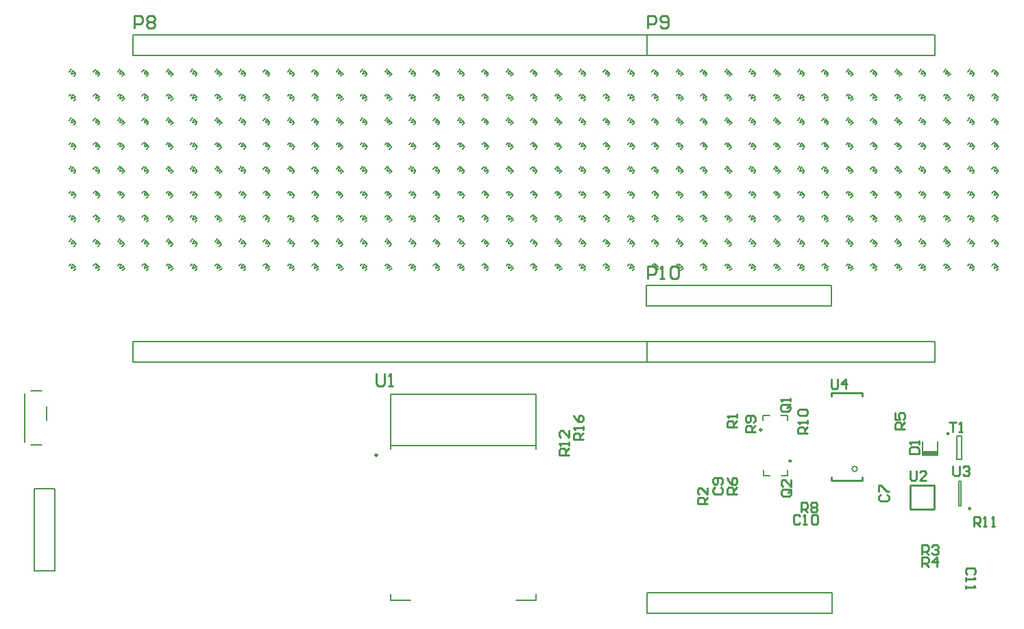
<source format=gto>
G04*
G04 #@! TF.GenerationSoftware,Altium Limited,Altium Designer,18.1.9 (240)*
G04*
G04 Layer_Color=65535*
%FSLAX44Y44*%
%MOMM*%
G71*
G01*
G75*
%ADD11C,0.2540*%
%ADD28C,0.1270*%
%ADD29C,0.2500*%
%ADD53C,0.2000*%
%ADD54C,0.2032*%
%ADD55C,0.3000*%
%ADD56R,1.8000X0.5080*%
D11*
X2020476Y1912452D02*
Y1927687D01*
X2028094D01*
X2030633Y1925148D01*
Y1920069D01*
X2028094Y1917530D01*
X2020476D01*
X2035711Y1914991D02*
X2038250Y1912452D01*
X2043329D01*
X2045868Y1914991D01*
Y1925148D01*
X2043329Y1927687D01*
X2038250D01*
X2035711Y1925148D01*
Y1922609D01*
X2038250Y1920069D01*
X2045868D01*
X1385730Y1912452D02*
Y1927687D01*
X1393347D01*
X1395887Y1925148D01*
Y1920069D01*
X1393347Y1917530D01*
X1385730D01*
X1400965Y1925148D02*
X1403504Y1927687D01*
X1408583D01*
X1411122Y1925148D01*
Y1922609D01*
X1408583Y1920069D01*
X1411122Y1917530D01*
Y1914991D01*
X1408583Y1912452D01*
X1403504D01*
X1400965Y1914991D01*
Y1917530D01*
X1403504Y1920069D01*
X1400965Y1922609D01*
Y1925148D01*
X1403504Y1920069D02*
X1408583D01*
X2020222Y1602318D02*
Y1617553D01*
X2027840D01*
X2030379Y1615014D01*
Y1609935D01*
X2027840Y1607396D01*
X2020222D01*
X2035457Y1602318D02*
X2040535D01*
X2037996D01*
Y1617553D01*
X2035457Y1615014D01*
X2048153D02*
X2050692Y1617553D01*
X2055770D01*
X2058310Y1615014D01*
Y1604857D01*
X2055770Y1602318D01*
X2050692D01*
X2048153Y1604857D01*
Y1615014D01*
X2284824Y1457084D02*
Y1460894D01*
X2246724D02*
X2284824D01*
X2246724Y1457084D02*
Y1460894D01*
X2284824Y1352944D02*
Y1356754D01*
X2246724Y1352944D02*
X2284824D01*
X2246724D02*
Y1356754D01*
X2344024Y1317054D02*
X2359024D01*
X2344024D02*
Y1347054D01*
X2374024D01*
Y1317054D02*
Y1347054D01*
X2359024Y1317054D02*
X2374024D01*
X1922774Y1384184D02*
X1910778D01*
Y1390182D01*
X1912777Y1392181D01*
X1916776D01*
X1918775Y1390182D01*
Y1384184D01*
Y1388183D02*
X1922774Y1392181D01*
Y1396180D02*
Y1400179D01*
Y1398179D01*
X1910778D01*
X1912777Y1396180D01*
X1922774Y1414174D02*
Y1406177D01*
X1914776Y1414174D01*
X1912777D01*
X1910778Y1412175D01*
Y1408176D01*
X1912777Y1406177D01*
X1940274Y1403554D02*
X1928278D01*
Y1409552D01*
X1930277Y1411551D01*
X1934276D01*
X1936275Y1409552D01*
Y1403554D01*
Y1407552D02*
X1940274Y1411551D01*
Y1415550D02*
Y1419549D01*
Y1417549D01*
X1928278D01*
X1930277Y1415550D01*
X1928278Y1433544D02*
X1930277Y1429545D01*
X1934276Y1425547D01*
X1938274D01*
X1940274Y1427546D01*
Y1431545D01*
X1938274Y1433544D01*
X1936275D01*
X1934276Y1431545D01*
Y1425547D01*
X2130274Y1418554D02*
X2118278D01*
Y1424552D01*
X2120277Y1426551D01*
X2124276D01*
X2126275Y1424552D01*
Y1418554D01*
Y1422552D02*
X2130274Y1426551D01*
Y1430550D02*
Y1434549D01*
Y1432549D01*
X2118278D01*
X2120277Y1430550D01*
X2130274Y1336054D02*
X2118278D01*
Y1342052D01*
X2120277Y1344051D01*
X2124276D01*
X2126275Y1342052D01*
Y1336054D01*
Y1340052D02*
X2130274Y1344051D01*
X2118278Y1356047D02*
X2120277Y1352049D01*
X2124276Y1348050D01*
X2128274D01*
X2130274Y1350049D01*
Y1354048D01*
X2128274Y1356047D01*
X2126275D01*
X2124276Y1354048D01*
Y1348050D01*
X2102777Y1344051D02*
X2100778Y1342052D01*
Y1338053D01*
X2102777Y1336054D01*
X2110774D01*
X2112774Y1338053D01*
Y1342052D01*
X2110774Y1344051D01*
Y1348050D02*
X2112774Y1350049D01*
Y1354048D01*
X2110774Y1356047D01*
X2102777D01*
X2100778Y1354048D01*
Y1350049D01*
X2102777Y1348050D01*
X2104776D01*
X2106776Y1350049D01*
Y1356047D01*
X2094024Y1323554D02*
X2082028D01*
Y1329552D01*
X2084027Y1331551D01*
X2088026D01*
X2090025Y1329552D01*
Y1323554D01*
Y1327552D02*
X2094024Y1331551D01*
Y1343547D02*
Y1335550D01*
X2086026Y1343547D01*
X2084027D01*
X2082028Y1341548D01*
Y1337549D01*
X2084027Y1335550D01*
X2152774Y1412804D02*
X2140778D01*
Y1418802D01*
X2142777Y1420801D01*
X2146776D01*
X2148775Y1418802D01*
Y1412804D01*
Y1416803D02*
X2152774Y1420801D01*
X2150774Y1424800D02*
X2152774Y1426799D01*
Y1430798D01*
X2150774Y1432797D01*
X2142777D01*
X2140778Y1430798D01*
Y1426799D01*
X2142777Y1424800D01*
X2144776D01*
X2146776Y1426799D01*
Y1432797D01*
X2195274Y1341551D02*
X2187277D01*
X2185278Y1339552D01*
Y1335553D01*
X2187277Y1333554D01*
X2195274D01*
X2197274Y1335553D01*
Y1339552D01*
X2193275Y1337552D02*
X2197274Y1341551D01*
Y1339552D02*
X2195274Y1341551D01*
X2197274Y1353547D02*
Y1345550D01*
X2189276Y1353547D01*
X2187277D01*
X2185278Y1351548D01*
Y1347549D01*
X2187277Y1345550D01*
X2194024Y1446551D02*
X2186027D01*
X2184028Y1444552D01*
Y1440553D01*
X2186027Y1438554D01*
X2194024D01*
X2196024Y1440553D01*
Y1444552D01*
X2192025Y1442552D02*
X2196024Y1446551D01*
Y1444552D02*
X2194024Y1446551D01*
X2196024Y1450550D02*
Y1454549D01*
Y1452549D01*
X2184028D01*
X2186027Y1450550D01*
X2209574Y1313554D02*
Y1325550D01*
X2215572D01*
X2217571Y1323551D01*
Y1319552D01*
X2215572Y1317552D01*
X2209574D01*
X2213573D02*
X2217571Y1313554D01*
X2221570Y1323551D02*
X2223569Y1325550D01*
X2227568D01*
X2229567Y1323551D01*
Y1321551D01*
X2227568Y1319552D01*
X2229567Y1317552D01*
Y1315553D01*
X2227568Y1313554D01*
X2223569D01*
X2221570Y1315553D01*
Y1317552D01*
X2223569Y1319552D01*
X2221570Y1321551D01*
Y1323551D01*
X2223569Y1319552D02*
X2227568D01*
X2246724Y1478050D02*
Y1468053D01*
X2248723Y1466054D01*
X2252722D01*
X2254721Y1468053D01*
Y1478050D01*
X2264718Y1466054D02*
Y1478050D01*
X2258720Y1472052D01*
X2266717D01*
X2217774Y1411054D02*
X2205778D01*
Y1417052D01*
X2207777Y1419051D01*
X2211776D01*
X2213775Y1417052D01*
Y1411054D01*
Y1415052D02*
X2217774Y1419051D01*
Y1423050D02*
Y1427049D01*
Y1425049D01*
X2205778D01*
X2207777Y1423050D01*
Y1433047D02*
X2205778Y1435046D01*
Y1439045D01*
X2207777Y1441044D01*
X2215774D01*
X2217774Y1439045D01*
Y1435046D01*
X2215774Y1433047D01*
X2207777D01*
X2337774Y1416412D02*
X2325778D01*
Y1422410D01*
X2327777Y1424409D01*
X2331776D01*
X2333775Y1422410D01*
Y1416412D01*
Y1420410D02*
X2337774Y1424409D01*
X2325778Y1436405D02*
Y1428408D01*
X2331776D01*
X2329776Y1432407D01*
Y1434406D01*
X2331776Y1436405D01*
X2335774D01*
X2337774Y1434406D01*
Y1430407D01*
X2335774Y1428408D01*
X2343278Y1386054D02*
X2355274D01*
Y1392052D01*
X2353274Y1394051D01*
X2345277D01*
X2343278Y1392052D01*
Y1386054D01*
X2355274Y1398050D02*
Y1402049D01*
Y1400049D01*
X2343278D01*
X2345277Y1398050D01*
X2392774Y1424800D02*
X2400771D01*
X2396772D01*
Y1412804D01*
X2404770D02*
X2408769D01*
X2406769D01*
Y1424800D01*
X2404770Y1422801D01*
X2397274Y1370800D02*
Y1360803D01*
X2399273Y1358804D01*
X2403272D01*
X2405271Y1360803D01*
Y1370800D01*
X2409270Y1368801D02*
X2411269Y1370800D01*
X2415268D01*
X2417267Y1368801D01*
Y1366801D01*
X2415268Y1364802D01*
X2413269D01*
X2415268D01*
X2417267Y1362802D01*
Y1360803D01*
X2415268Y1358804D01*
X2411269D01*
X2409270Y1360803D01*
X2344024Y1364940D02*
Y1354943D01*
X2346023Y1352944D01*
X2350022D01*
X2352021Y1354943D01*
Y1364940D01*
X2364017Y1352944D02*
X2356020D01*
X2364017Y1360941D01*
Y1362941D01*
X2362018Y1364940D01*
X2358019D01*
X2356020Y1362941D01*
X2307777Y1335051D02*
X2305778Y1333052D01*
Y1329053D01*
X2307777Y1327054D01*
X2315774D01*
X2317774Y1329053D01*
Y1333052D01*
X2315774Y1335051D01*
X2305778Y1339050D02*
Y1347047D01*
X2307777D01*
X2315774Y1339050D01*
X2317774D01*
X2422774Y1296054D02*
Y1308050D01*
X2428772D01*
X2430771Y1306051D01*
Y1302052D01*
X2428772Y1300052D01*
X2422774D01*
X2426772D02*
X2430771Y1296054D01*
X2434770D02*
X2438769D01*
X2436769D01*
Y1308050D01*
X2434770Y1306051D01*
X2444767Y1296054D02*
X2448765D01*
X2446766D01*
Y1308050D01*
X2444767Y1306051D01*
X2422771Y1236706D02*
X2424770Y1238706D01*
Y1242704D01*
X2422771Y1244704D01*
X2414773D01*
X2412774Y1242704D01*
Y1238706D01*
X2414773Y1236706D01*
X2412774Y1232708D02*
Y1228709D01*
Y1230708D01*
X2424770D01*
X2422771Y1232708D01*
X2412774Y1222711D02*
Y1218712D01*
Y1220712D01*
X2424770D01*
X2422771Y1222711D01*
X2359024Y1246054D02*
Y1258050D01*
X2365022D01*
X2367021Y1256051D01*
Y1252052D01*
X2365022Y1250052D01*
X2359024D01*
X2363022D02*
X2367021Y1246054D01*
X2377018D02*
Y1258050D01*
X2371020Y1252052D01*
X2379017D01*
X2359024Y1261054D02*
Y1273050D01*
X2365022D01*
X2367021Y1271051D01*
Y1267052D01*
X2365022Y1265052D01*
X2359024D01*
X2363022D02*
X2367021Y1261054D01*
X2371020Y1271051D02*
X2373019Y1273050D01*
X2377018D01*
X2379017Y1271051D01*
Y1269051D01*
X2377018Y1267052D01*
X2375019D01*
X2377018D01*
X2379017Y1265052D01*
Y1263053D01*
X2377018Y1261054D01*
X2373019D01*
X2371020Y1263053D01*
X1684701Y1484834D02*
Y1472138D01*
X1687240Y1469599D01*
X1692318D01*
X1694857Y1472138D01*
Y1484834D01*
X1699936Y1469599D02*
X1705014D01*
X1702475D01*
Y1484834D01*
X1699936Y1482295D01*
X2208271Y1308551D02*
X2206272Y1310550D01*
X2202273D01*
X2200274Y1308551D01*
Y1300553D01*
X2202273Y1298554D01*
X2206272D01*
X2208271Y1300553D01*
X2212270Y1298554D02*
X2216269D01*
X2214269D01*
Y1310550D01*
X2212270Y1308551D01*
X2222267D02*
X2224266Y1310550D01*
X2228265D01*
X2230264Y1308551D01*
Y1300553D01*
X2228265Y1298554D01*
X2224266D01*
X2222267Y1300553D01*
Y1308551D01*
D28*
X2448317Y1615567D02*
X2452913Y1616628D01*
X2448317Y1615567D02*
X2449378Y1620163D01*
X2452913Y1616628D01*
X2451145Y1612739D02*
X2453974Y1615567D01*
X2445489Y1618396D02*
X2448317Y1621224D01*
X2418317Y1615567D02*
X2422913Y1616628D01*
X2418317Y1615567D02*
X2419378Y1620163D01*
X2422913Y1616628D01*
X2421145Y1612739D02*
X2423974Y1615567D01*
X2415489Y1618396D02*
X2418317Y1621224D01*
X2388317Y1615567D02*
X2392913Y1616628D01*
X2388317Y1615567D02*
X2389378Y1620163D01*
X2392913Y1616628D01*
X2391145Y1612739D02*
X2393974Y1615567D01*
X2385489Y1618396D02*
X2388317Y1621224D01*
X2358317Y1615567D02*
X2362913Y1616628D01*
X2358317Y1615567D02*
X2359378Y1620163D01*
X2362913Y1616628D01*
X2361145Y1612739D02*
X2363974Y1615567D01*
X2355489Y1618396D02*
X2358317Y1621224D01*
X2328317Y1615567D02*
X2332913Y1616628D01*
X2328317Y1615567D02*
X2329378Y1620163D01*
X2332913Y1616628D01*
X2331145Y1612739D02*
X2333974Y1615567D01*
X2325489Y1618396D02*
X2328317Y1621224D01*
X2298317Y1615567D02*
X2302913Y1616628D01*
X2298317Y1615567D02*
X2299378Y1620163D01*
X2302913Y1616628D01*
X2301145Y1612739D02*
X2303974Y1615567D01*
X2295489Y1618396D02*
X2298317Y1621224D01*
X2268317Y1615567D02*
X2272913Y1616628D01*
X2268317Y1615567D02*
X2269378Y1620163D01*
X2272913Y1616628D01*
X2271145Y1612739D02*
X2273974Y1615567D01*
X2265489Y1618396D02*
X2268317Y1621224D01*
X2238317Y1615567D02*
X2242913Y1616628D01*
X2238317Y1615567D02*
X2239378Y1620163D01*
X2242913Y1616628D01*
X2241145Y1612739D02*
X2243974Y1615567D01*
X2235489Y1618396D02*
X2238317Y1621224D01*
X2208317Y1615567D02*
X2212913Y1616628D01*
X2208317Y1615567D02*
X2209378Y1620163D01*
X2212913Y1616628D01*
X2211145Y1612739D02*
X2213974Y1615567D01*
X2205489Y1618396D02*
X2208317Y1621224D01*
X2178317Y1615567D02*
X2182913Y1616628D01*
X2178317Y1615567D02*
X2179378Y1620163D01*
X2182913Y1616628D01*
X2181145Y1612739D02*
X2183974Y1615567D01*
X2175489Y1618396D02*
X2178317Y1621224D01*
X2148317Y1615567D02*
X2152913Y1616628D01*
X2148317Y1615567D02*
X2149378Y1620163D01*
X2152913Y1616628D01*
X2151145Y1612739D02*
X2153974Y1615567D01*
X2145489Y1618396D02*
X2148317Y1621224D01*
X2118317Y1615567D02*
X2122913Y1616628D01*
X2118317Y1615567D02*
X2119378Y1620163D01*
X2122913Y1616628D01*
X2121145Y1612739D02*
X2123974Y1615567D01*
X2115489Y1618396D02*
X2118317Y1621224D01*
X2088317Y1615567D02*
X2092913Y1616628D01*
X2088317Y1615567D02*
X2089378Y1620163D01*
X2092913Y1616628D01*
X2091145Y1612739D02*
X2093974Y1615567D01*
X2085489Y1618396D02*
X2088317Y1621224D01*
X2058317Y1615567D02*
X2062913Y1616628D01*
X2058317Y1615567D02*
X2059378Y1620163D01*
X2062913Y1616628D01*
X2061145Y1612739D02*
X2063974Y1615567D01*
X2055489Y1618396D02*
X2058317Y1621224D01*
X2028317Y1615567D02*
X2032913Y1616628D01*
X2028317Y1615567D02*
X2029378Y1620163D01*
X2032913Y1616628D01*
X2031145Y1612739D02*
X2033974Y1615567D01*
X2025489Y1618396D02*
X2028317Y1621224D01*
X1998317Y1615567D02*
X2002913Y1616628D01*
X1998317Y1615567D02*
X1999378Y1620163D01*
X2002913Y1616628D01*
X2001145Y1612739D02*
X2003974Y1615567D01*
X1995489Y1618396D02*
X1998317Y1621224D01*
X1968317Y1615567D02*
X1972913Y1616628D01*
X1968317Y1615567D02*
X1969378Y1620163D01*
X1972913Y1616628D01*
X1971145Y1612739D02*
X1973974Y1615567D01*
X1965489Y1618396D02*
X1968317Y1621224D01*
X1938317Y1615567D02*
X1942913Y1616628D01*
X1938317Y1615567D02*
X1939378Y1620163D01*
X1942913Y1616628D01*
X1941145Y1612739D02*
X1943974Y1615567D01*
X1935489Y1618396D02*
X1938317Y1621224D01*
X1908317Y1615567D02*
X1912913Y1616628D01*
X1908317Y1615567D02*
X1909378Y1620163D01*
X1912913Y1616628D01*
X1911145Y1612739D02*
X1913974Y1615567D01*
X1905489Y1618396D02*
X1908317Y1621224D01*
X1878317Y1615567D02*
X1882913Y1616628D01*
X1878317Y1615567D02*
X1879378Y1620163D01*
X1882913Y1616628D01*
X1881145Y1612739D02*
X1883974Y1615567D01*
X1875489Y1618396D02*
X1878317Y1621224D01*
X1848317Y1615567D02*
X1852913Y1616628D01*
X1848317Y1615567D02*
X1849378Y1620163D01*
X1852913Y1616628D01*
X1851145Y1612739D02*
X1853974Y1615567D01*
X1845489Y1618396D02*
X1848317Y1621224D01*
X1818317Y1615567D02*
X1822913Y1616628D01*
X1818317Y1615567D02*
X1819378Y1620163D01*
X1822913Y1616628D01*
X1821145Y1612739D02*
X1823974Y1615567D01*
X1815489Y1618396D02*
X1818317Y1621224D01*
X1788317Y1615567D02*
X1792913Y1616628D01*
X1788317Y1615567D02*
X1789378Y1620163D01*
X1792913Y1616628D01*
X1791145Y1612739D02*
X1793974Y1615567D01*
X1785489Y1618396D02*
X1788317Y1621224D01*
X1758317Y1615567D02*
X1762913Y1616628D01*
X1758317Y1615567D02*
X1759378Y1620163D01*
X1762913Y1616628D01*
X1761145Y1612739D02*
X1763974Y1615567D01*
X1755489Y1618396D02*
X1758317Y1621224D01*
X1728317Y1615567D02*
X1732913Y1616628D01*
X1728317Y1615567D02*
X1729378Y1620163D01*
X1732913Y1616628D01*
X1731145Y1612739D02*
X1733974Y1615567D01*
X1725489Y1618396D02*
X1728317Y1621224D01*
X1698317Y1615567D02*
X1702913Y1616628D01*
X1698317Y1615567D02*
X1699378Y1620163D01*
X1702913Y1616628D01*
X1701145Y1612739D02*
X1703974Y1615567D01*
X1695489Y1618396D02*
X1698317Y1621224D01*
X1668317Y1615567D02*
X1672913Y1616628D01*
X1668317Y1615567D02*
X1669378Y1620163D01*
X1672913Y1616628D01*
X1671145Y1612739D02*
X1673974Y1615567D01*
X1665489Y1618396D02*
X1668317Y1621224D01*
X1638317Y1615567D02*
X1642913Y1616628D01*
X1638317Y1615567D02*
X1639378Y1620163D01*
X1642913Y1616628D01*
X1641145Y1612739D02*
X1643974Y1615567D01*
X1635489Y1618396D02*
X1638317Y1621224D01*
X1608317Y1615567D02*
X1612913Y1616628D01*
X1608317Y1615567D02*
X1609378Y1620163D01*
X1612913Y1616628D01*
X1611145Y1612739D02*
X1613974Y1615567D01*
X1605489Y1618396D02*
X1608317Y1621224D01*
X1578317Y1615567D02*
X1582913Y1616628D01*
X1578317Y1615567D02*
X1579378Y1620163D01*
X1582913Y1616628D01*
X1581145Y1612739D02*
X1583974Y1615567D01*
X1575489Y1618396D02*
X1578317Y1621224D01*
X1548317Y1615567D02*
X1552913Y1616628D01*
X1548317Y1615567D02*
X1549378Y1620163D01*
X1552913Y1616628D01*
X1551145Y1612739D02*
X1553974Y1615567D01*
X1545489Y1618396D02*
X1548317Y1621224D01*
X1518317Y1615567D02*
X1522913Y1616628D01*
X1518317Y1615567D02*
X1519378Y1620163D01*
X1522913Y1616628D01*
X1521145Y1612739D02*
X1523974Y1615567D01*
X1515489Y1618396D02*
X1518317Y1621224D01*
X1488317Y1615567D02*
X1492913Y1616628D01*
X1488317Y1615567D02*
X1489378Y1620163D01*
X1492913Y1616628D01*
X1491145Y1612739D02*
X1493974Y1615567D01*
X1485489Y1618396D02*
X1488317Y1621224D01*
X1458317Y1615567D02*
X1462913Y1616628D01*
X1458317Y1615567D02*
X1459378Y1620163D01*
X1462913Y1616628D01*
X1461145Y1612739D02*
X1463974Y1615567D01*
X1455489Y1618396D02*
X1458317Y1621224D01*
X1428317Y1615567D02*
X1432913Y1616628D01*
X1428317Y1615567D02*
X1429378Y1620163D01*
X1432913Y1616628D01*
X1431145Y1612739D02*
X1433974Y1615567D01*
X1425489Y1618396D02*
X1428317Y1621224D01*
X1398317Y1615567D02*
X1402913Y1616628D01*
X1398317Y1615567D02*
X1399378Y1620163D01*
X1402913Y1616628D01*
X1401145Y1612739D02*
X1403974Y1615567D01*
X1395489Y1618396D02*
X1398317Y1621224D01*
X1368317Y1615567D02*
X1372913Y1616628D01*
X1368317Y1615567D02*
X1369378Y1620163D01*
X1372913Y1616628D01*
X1371145Y1612739D02*
X1373974Y1615567D01*
X1365489Y1618396D02*
X1368317Y1621224D01*
X1338317Y1615567D02*
X1342913Y1616628D01*
X1338317Y1615567D02*
X1339378Y1620163D01*
X1342913Y1616628D01*
X1341145Y1612739D02*
X1343974Y1615567D01*
X1335489Y1618396D02*
X1338317Y1621224D01*
X1308317Y1615567D02*
X1312913Y1616628D01*
X1308317Y1615567D02*
X1309378Y1620163D01*
X1312913Y1616628D01*
X1311145Y1612739D02*
X1313974Y1615567D01*
X1305489Y1618396D02*
X1308317Y1621224D01*
X2448317Y1645567D02*
X2452913Y1646628D01*
X2448317Y1645567D02*
X2449378Y1650163D01*
X2452913Y1646628D01*
X2451145Y1642739D02*
X2453974Y1645567D01*
X2445489Y1648396D02*
X2448317Y1651224D01*
X2418317Y1645567D02*
X2422913Y1646628D01*
X2418317Y1645567D02*
X2419378Y1650163D01*
X2422913Y1646628D01*
X2421145Y1642739D02*
X2423974Y1645567D01*
X2415489Y1648396D02*
X2418317Y1651224D01*
X2388317Y1645567D02*
X2392913Y1646628D01*
X2388317Y1645567D02*
X2389378Y1650163D01*
X2392913Y1646628D01*
X2391145Y1642739D02*
X2393974Y1645567D01*
X2385489Y1648396D02*
X2388317Y1651224D01*
X2358317Y1645567D02*
X2362913Y1646628D01*
X2358317Y1645567D02*
X2359378Y1650163D01*
X2362913Y1646628D01*
X2361145Y1642739D02*
X2363974Y1645567D01*
X2355489Y1648396D02*
X2358317Y1651224D01*
X2328317Y1645567D02*
X2332913Y1646628D01*
X2328317Y1645567D02*
X2329378Y1650163D01*
X2332913Y1646628D01*
X2331145Y1642739D02*
X2333974Y1645567D01*
X2325489Y1648396D02*
X2328317Y1651224D01*
X2298317Y1645567D02*
X2302913Y1646628D01*
X2298317Y1645567D02*
X2299378Y1650163D01*
X2302913Y1646628D01*
X2301145Y1642739D02*
X2303974Y1645567D01*
X2295489Y1648396D02*
X2298317Y1651224D01*
X2268317Y1645567D02*
X2272913Y1646628D01*
X2268317Y1645567D02*
X2269378Y1650163D01*
X2272913Y1646628D01*
X2271145Y1642739D02*
X2273974Y1645567D01*
X2265489Y1648396D02*
X2268317Y1651224D01*
X2238317Y1645567D02*
X2242913Y1646628D01*
X2238317Y1645567D02*
X2239378Y1650163D01*
X2242913Y1646628D01*
X2241145Y1642739D02*
X2243974Y1645567D01*
X2235489Y1648396D02*
X2238317Y1651224D01*
X2208317Y1645567D02*
X2212913Y1646628D01*
X2208317Y1645567D02*
X2209378Y1650163D01*
X2212913Y1646628D01*
X2211145Y1642739D02*
X2213974Y1645567D01*
X2205489Y1648396D02*
X2208317Y1651224D01*
X2178317Y1645567D02*
X2182913Y1646628D01*
X2178317Y1645567D02*
X2179378Y1650163D01*
X2182913Y1646628D01*
X2181145Y1642739D02*
X2183974Y1645567D01*
X2175489Y1648396D02*
X2178317Y1651224D01*
X2148317Y1645567D02*
X2152913Y1646628D01*
X2148317Y1645567D02*
X2149378Y1650163D01*
X2152913Y1646628D01*
X2151145Y1642739D02*
X2153974Y1645567D01*
X2145489Y1648396D02*
X2148317Y1651224D01*
X2118317Y1645567D02*
X2122913Y1646628D01*
X2118317Y1645567D02*
X2119378Y1650163D01*
X2122913Y1646628D01*
X2121145Y1642739D02*
X2123974Y1645567D01*
X2115489Y1648396D02*
X2118317Y1651224D01*
X2088317Y1645567D02*
X2092913Y1646628D01*
X2088317Y1645567D02*
X2089378Y1650163D01*
X2092913Y1646628D01*
X2091145Y1642739D02*
X2093974Y1645567D01*
X2085489Y1648396D02*
X2088317Y1651224D01*
X2058317Y1645567D02*
X2062913Y1646628D01*
X2058317Y1645567D02*
X2059378Y1650163D01*
X2062913Y1646628D01*
X2061145Y1642739D02*
X2063974Y1645567D01*
X2055489Y1648396D02*
X2058317Y1651224D01*
X2028317Y1645567D02*
X2032913Y1646628D01*
X2028317Y1645567D02*
X2029378Y1650163D01*
X2032913Y1646628D01*
X2031145Y1642739D02*
X2033974Y1645567D01*
X2025489Y1648396D02*
X2028317Y1651224D01*
X1998317Y1645567D02*
X2002913Y1646628D01*
X1998317Y1645567D02*
X1999378Y1650163D01*
X2002913Y1646628D01*
X2001145Y1642739D02*
X2003974Y1645567D01*
X1995489Y1648396D02*
X1998317Y1651224D01*
X1968317Y1645567D02*
X1972913Y1646628D01*
X1968317Y1645567D02*
X1969378Y1650163D01*
X1972913Y1646628D01*
X1971145Y1642739D02*
X1973974Y1645567D01*
X1965489Y1648396D02*
X1968317Y1651224D01*
X1938317Y1645567D02*
X1942913Y1646628D01*
X1938317Y1645567D02*
X1939378Y1650163D01*
X1942913Y1646628D01*
X1941145Y1642739D02*
X1943974Y1645567D01*
X1935489Y1648396D02*
X1938317Y1651224D01*
X1908317Y1645567D02*
X1912913Y1646628D01*
X1908317Y1645567D02*
X1909378Y1650163D01*
X1912913Y1646628D01*
X1911145Y1642739D02*
X1913974Y1645567D01*
X1905489Y1648396D02*
X1908317Y1651224D01*
X1878317Y1645567D02*
X1882913Y1646628D01*
X1878317Y1645567D02*
X1879378Y1650163D01*
X1882913Y1646628D01*
X1881145Y1642739D02*
X1883974Y1645567D01*
X1875489Y1648396D02*
X1878317Y1651224D01*
X1848317Y1645567D02*
X1852913Y1646628D01*
X1848317Y1645567D02*
X1849378Y1650163D01*
X1852913Y1646628D01*
X1851145Y1642739D02*
X1853974Y1645567D01*
X1845489Y1648396D02*
X1848317Y1651224D01*
X1818317Y1645567D02*
X1822913Y1646628D01*
X1818317Y1645567D02*
X1819378Y1650163D01*
X1822913Y1646628D01*
X1821145Y1642739D02*
X1823974Y1645567D01*
X1815489Y1648396D02*
X1818317Y1651224D01*
X1788317Y1645567D02*
X1792913Y1646628D01*
X1788317Y1645567D02*
X1789378Y1650163D01*
X1792913Y1646628D01*
X1791145Y1642739D02*
X1793974Y1645567D01*
X1785489Y1648396D02*
X1788317Y1651224D01*
X1758317Y1645567D02*
X1762913Y1646628D01*
X1758317Y1645567D02*
X1759378Y1650163D01*
X1762913Y1646628D01*
X1761145Y1642739D02*
X1763974Y1645567D01*
X1755489Y1648396D02*
X1758317Y1651224D01*
X1728317Y1645567D02*
X1732913Y1646628D01*
X1728317Y1645567D02*
X1729378Y1650163D01*
X1732913Y1646628D01*
X1731145Y1642739D02*
X1733974Y1645567D01*
X1725489Y1648396D02*
X1728317Y1651224D01*
X1698317Y1645567D02*
X1702913Y1646628D01*
X1698317Y1645567D02*
X1699378Y1650163D01*
X1702913Y1646628D01*
X1701145Y1642739D02*
X1703974Y1645567D01*
X1695489Y1648396D02*
X1698317Y1651224D01*
X1668317Y1645567D02*
X1672913Y1646628D01*
X1668317Y1645567D02*
X1669378Y1650163D01*
X1672913Y1646628D01*
X1671145Y1642739D02*
X1673974Y1645567D01*
X1665489Y1648396D02*
X1668317Y1651224D01*
X1638317Y1645567D02*
X1642913Y1646628D01*
X1638317Y1645567D02*
X1639378Y1650163D01*
X1642913Y1646628D01*
X1641145Y1642739D02*
X1643974Y1645567D01*
X1635489Y1648396D02*
X1638317Y1651224D01*
X1608317Y1645567D02*
X1612913Y1646628D01*
X1608317Y1645567D02*
X1609378Y1650163D01*
X1612913Y1646628D01*
X1611145Y1642739D02*
X1613974Y1645567D01*
X1605489Y1648396D02*
X1608317Y1651224D01*
X1578317Y1645567D02*
X1582913Y1646628D01*
X1578317Y1645567D02*
X1579378Y1650163D01*
X1582913Y1646628D01*
X1581145Y1642739D02*
X1583974Y1645567D01*
X1575489Y1648396D02*
X1578317Y1651224D01*
X1548317Y1645567D02*
X1552913Y1646628D01*
X1548317Y1645567D02*
X1549378Y1650163D01*
X1552913Y1646628D01*
X1551145Y1642739D02*
X1553974Y1645567D01*
X1545489Y1648396D02*
X1548317Y1651224D01*
X1518317Y1645567D02*
X1522913Y1646628D01*
X1518317Y1645567D02*
X1519378Y1650163D01*
X1522913Y1646628D01*
X1521145Y1642739D02*
X1523974Y1645567D01*
X1515489Y1648396D02*
X1518317Y1651224D01*
X1488317Y1645567D02*
X1492913Y1646628D01*
X1488317Y1645567D02*
X1489378Y1650163D01*
X1492913Y1646628D01*
X1491145Y1642739D02*
X1493974Y1645567D01*
X1485489Y1648396D02*
X1488317Y1651224D01*
X1458317Y1645567D02*
X1462913Y1646628D01*
X1458317Y1645567D02*
X1459378Y1650163D01*
X1462913Y1646628D01*
X1461145Y1642739D02*
X1463974Y1645567D01*
X1455489Y1648396D02*
X1458317Y1651224D01*
X1428317Y1645567D02*
X1432913Y1646628D01*
X1428317Y1645567D02*
X1429378Y1650163D01*
X1432913Y1646628D01*
X1431145Y1642739D02*
X1433974Y1645567D01*
X1425489Y1648396D02*
X1428317Y1651224D01*
X1398317Y1645567D02*
X1402913Y1646628D01*
X1398317Y1645567D02*
X1399378Y1650163D01*
X1402913Y1646628D01*
X1401145Y1642739D02*
X1403974Y1645567D01*
X1395489Y1648396D02*
X1398317Y1651224D01*
X1368317Y1645567D02*
X1372913Y1646628D01*
X1368317Y1645567D02*
X1369378Y1650163D01*
X1372913Y1646628D01*
X1371145Y1642739D02*
X1373974Y1645567D01*
X1365489Y1648396D02*
X1368317Y1651224D01*
X1338317Y1645567D02*
X1342913Y1646628D01*
X1338317Y1645567D02*
X1339378Y1650163D01*
X1342913Y1646628D01*
X1341145Y1642739D02*
X1343974Y1645567D01*
X1335489Y1648396D02*
X1338317Y1651224D01*
X1308317Y1645567D02*
X1312913Y1646628D01*
X1308317Y1645567D02*
X1309378Y1650163D01*
X1312913Y1646628D01*
X1311145Y1642739D02*
X1313974Y1645567D01*
X1305489Y1648396D02*
X1308317Y1651224D01*
X2448317Y1675567D02*
X2452913Y1676628D01*
X2448317Y1675567D02*
X2449378Y1680163D01*
X2452913Y1676628D01*
X2451145Y1672739D02*
X2453974Y1675567D01*
X2445489Y1678396D02*
X2448317Y1681224D01*
X2418317Y1675567D02*
X2422913Y1676628D01*
X2418317Y1675567D02*
X2419378Y1680163D01*
X2422913Y1676628D01*
X2421145Y1672739D02*
X2423974Y1675567D01*
X2415489Y1678396D02*
X2418317Y1681224D01*
X2388317Y1675567D02*
X2392913Y1676628D01*
X2388317Y1675567D02*
X2389378Y1680163D01*
X2392913Y1676628D01*
X2391145Y1672739D02*
X2393974Y1675567D01*
X2385489Y1678396D02*
X2388317Y1681224D01*
X2358317Y1675567D02*
X2362913Y1676628D01*
X2358317Y1675567D02*
X2359378Y1680163D01*
X2362913Y1676628D01*
X2361145Y1672739D02*
X2363974Y1675567D01*
X2355489Y1678396D02*
X2358317Y1681224D01*
X2328317Y1675567D02*
X2332913Y1676628D01*
X2328317Y1675567D02*
X2329378Y1680163D01*
X2332913Y1676628D01*
X2331145Y1672739D02*
X2333974Y1675567D01*
X2325489Y1678396D02*
X2328317Y1681224D01*
X2298317Y1675567D02*
X2302913Y1676628D01*
X2298317Y1675567D02*
X2299378Y1680163D01*
X2302913Y1676628D01*
X2301145Y1672739D02*
X2303974Y1675567D01*
X2295489Y1678396D02*
X2298317Y1681224D01*
X2268317Y1675567D02*
X2272913Y1676628D01*
X2268317Y1675567D02*
X2269378Y1680163D01*
X2272913Y1676628D01*
X2271145Y1672739D02*
X2273974Y1675567D01*
X2265489Y1678396D02*
X2268317Y1681224D01*
X2238317Y1675567D02*
X2242913Y1676628D01*
X2238317Y1675567D02*
X2239378Y1680163D01*
X2242913Y1676628D01*
X2241145Y1672739D02*
X2243974Y1675567D01*
X2235489Y1678396D02*
X2238317Y1681224D01*
X2208317Y1675567D02*
X2212913Y1676628D01*
X2208317Y1675567D02*
X2209378Y1680163D01*
X2212913Y1676628D01*
X2211145Y1672739D02*
X2213974Y1675567D01*
X2205489Y1678396D02*
X2208317Y1681224D01*
X2178317Y1675567D02*
X2182913Y1676628D01*
X2178317Y1675567D02*
X2179378Y1680163D01*
X2182913Y1676628D01*
X2181145Y1672739D02*
X2183974Y1675567D01*
X2175489Y1678396D02*
X2178317Y1681224D01*
X2148317Y1675567D02*
X2152913Y1676628D01*
X2148317Y1675567D02*
X2149378Y1680163D01*
X2152913Y1676628D01*
X2151145Y1672739D02*
X2153974Y1675567D01*
X2145489Y1678396D02*
X2148317Y1681224D01*
X2118317Y1675567D02*
X2122913Y1676628D01*
X2118317Y1675567D02*
X2119378Y1680163D01*
X2122913Y1676628D01*
X2121145Y1672739D02*
X2123974Y1675567D01*
X2115489Y1678396D02*
X2118317Y1681224D01*
X2088317Y1675567D02*
X2092913Y1676628D01*
X2088317Y1675567D02*
X2089378Y1680163D01*
X2092913Y1676628D01*
X2091145Y1672739D02*
X2093974Y1675567D01*
X2085489Y1678396D02*
X2088317Y1681224D01*
X2058317Y1675567D02*
X2062913Y1676628D01*
X2058317Y1675567D02*
X2059378Y1680163D01*
X2062913Y1676628D01*
X2061145Y1672739D02*
X2063974Y1675567D01*
X2055489Y1678396D02*
X2058317Y1681224D01*
X2028317Y1675567D02*
X2032913Y1676628D01*
X2028317Y1675567D02*
X2029378Y1680163D01*
X2032913Y1676628D01*
X2031145Y1672739D02*
X2033974Y1675567D01*
X2025489Y1678396D02*
X2028317Y1681224D01*
X1998317Y1675567D02*
X2002913Y1676628D01*
X1998317Y1675567D02*
X1999378Y1680163D01*
X2002913Y1676628D01*
X2001145Y1672739D02*
X2003974Y1675567D01*
X1995489Y1678396D02*
X1998317Y1681224D01*
X1968317Y1675567D02*
X1972913Y1676628D01*
X1968317Y1675567D02*
X1969378Y1680163D01*
X1972913Y1676628D01*
X1971145Y1672739D02*
X1973974Y1675567D01*
X1965489Y1678396D02*
X1968317Y1681224D01*
X1938317Y1675567D02*
X1942913Y1676628D01*
X1938317Y1675567D02*
X1939378Y1680163D01*
X1942913Y1676628D01*
X1941145Y1672739D02*
X1943974Y1675567D01*
X1935489Y1678396D02*
X1938317Y1681224D01*
X1908317Y1675567D02*
X1912913Y1676628D01*
X1908317Y1675567D02*
X1909378Y1680163D01*
X1912913Y1676628D01*
X1911145Y1672739D02*
X1913974Y1675567D01*
X1905489Y1678396D02*
X1908317Y1681224D01*
X1878317Y1675567D02*
X1882913Y1676628D01*
X1878317Y1675567D02*
X1879378Y1680163D01*
X1882913Y1676628D01*
X1881145Y1672739D02*
X1883974Y1675567D01*
X1875489Y1678396D02*
X1878317Y1681224D01*
X1848317Y1675567D02*
X1852913Y1676628D01*
X1848317Y1675567D02*
X1849378Y1680163D01*
X1852913Y1676628D01*
X1851145Y1672739D02*
X1853974Y1675567D01*
X1845489Y1678396D02*
X1848317Y1681224D01*
X1818317Y1675567D02*
X1822913Y1676628D01*
X1818317Y1675567D02*
X1819378Y1680163D01*
X1822913Y1676628D01*
X1821145Y1672739D02*
X1823974Y1675567D01*
X1815489Y1678396D02*
X1818317Y1681224D01*
X1788317Y1675567D02*
X1792913Y1676628D01*
X1788317Y1675567D02*
X1789378Y1680163D01*
X1792913Y1676628D01*
X1791145Y1672739D02*
X1793974Y1675567D01*
X1785489Y1678396D02*
X1788317Y1681224D01*
X1758317Y1675567D02*
X1762913Y1676628D01*
X1758317Y1675567D02*
X1759378Y1680163D01*
X1762913Y1676628D01*
X1761145Y1672739D02*
X1763974Y1675567D01*
X1755489Y1678396D02*
X1758317Y1681224D01*
X1728317Y1675567D02*
X1732913Y1676628D01*
X1728317Y1675567D02*
X1729378Y1680163D01*
X1732913Y1676628D01*
X1731145Y1672739D02*
X1733974Y1675567D01*
X1725489Y1678396D02*
X1728317Y1681224D01*
X1698317Y1675567D02*
X1702913Y1676628D01*
X1698317Y1675567D02*
X1699378Y1680163D01*
X1702913Y1676628D01*
X1701145Y1672739D02*
X1703974Y1675567D01*
X1695489Y1678396D02*
X1698317Y1681224D01*
X1668317Y1675567D02*
X1672913Y1676628D01*
X1668317Y1675567D02*
X1669378Y1680163D01*
X1672913Y1676628D01*
X1671145Y1672739D02*
X1673974Y1675567D01*
X1665489Y1678396D02*
X1668317Y1681224D01*
X1638317Y1675567D02*
X1642913Y1676628D01*
X1638317Y1675567D02*
X1639378Y1680163D01*
X1642913Y1676628D01*
X1641145Y1672739D02*
X1643974Y1675567D01*
X1635489Y1678396D02*
X1638317Y1681224D01*
X1608317Y1675567D02*
X1612913Y1676628D01*
X1608317Y1675567D02*
X1609378Y1680163D01*
X1612913Y1676628D01*
X1611145Y1672739D02*
X1613974Y1675567D01*
X1605489Y1678396D02*
X1608317Y1681224D01*
X1578317Y1675567D02*
X1582913Y1676628D01*
X1578317Y1675567D02*
X1579378Y1680163D01*
X1582913Y1676628D01*
X1581145Y1672739D02*
X1583974Y1675567D01*
X1575489Y1678396D02*
X1578317Y1681224D01*
X1548317Y1675567D02*
X1552913Y1676628D01*
X1548317Y1675567D02*
X1549378Y1680163D01*
X1552913Y1676628D01*
X1551145Y1672739D02*
X1553974Y1675567D01*
X1545489Y1678396D02*
X1548317Y1681224D01*
X1518317Y1675567D02*
X1522913Y1676628D01*
X1518317Y1675567D02*
X1519378Y1680163D01*
X1522913Y1676628D01*
X1521145Y1672739D02*
X1523974Y1675567D01*
X1515489Y1678396D02*
X1518317Y1681224D01*
X1488317Y1675567D02*
X1492913Y1676628D01*
X1488317Y1675567D02*
X1489378Y1680163D01*
X1492913Y1676628D01*
X1491145Y1672739D02*
X1493974Y1675567D01*
X1485489Y1678396D02*
X1488317Y1681224D01*
X1458317Y1675567D02*
X1462913Y1676628D01*
X1458317Y1675567D02*
X1459378Y1680163D01*
X1462913Y1676628D01*
X1461145Y1672739D02*
X1463974Y1675567D01*
X1455489Y1678396D02*
X1458317Y1681224D01*
X1428317Y1675567D02*
X1432913Y1676628D01*
X1428317Y1675567D02*
X1429378Y1680163D01*
X1432913Y1676628D01*
X1431145Y1672739D02*
X1433974Y1675567D01*
X1425489Y1678396D02*
X1428317Y1681224D01*
X1398317Y1675567D02*
X1402913Y1676628D01*
X1398317Y1675567D02*
X1399378Y1680163D01*
X1402913Y1676628D01*
X1401145Y1672739D02*
X1403974Y1675567D01*
X1395489Y1678396D02*
X1398317Y1681224D01*
X1368317Y1675567D02*
X1372913Y1676628D01*
X1368317Y1675567D02*
X1369378Y1680163D01*
X1372913Y1676628D01*
X1371145Y1672739D02*
X1373974Y1675567D01*
X1365489Y1678396D02*
X1368317Y1681224D01*
X1338317Y1675567D02*
X1342913Y1676628D01*
X1338317Y1675567D02*
X1339378Y1680163D01*
X1342913Y1676628D01*
X1341145Y1672739D02*
X1343974Y1675567D01*
X1335489Y1678396D02*
X1338317Y1681224D01*
X1308317Y1675567D02*
X1312913Y1676628D01*
X1308317Y1675567D02*
X1309378Y1680163D01*
X1312913Y1676628D01*
X1311145Y1672739D02*
X1313974Y1675567D01*
X1305489Y1678396D02*
X1308317Y1681224D01*
X2448317Y1705567D02*
X2452913Y1706628D01*
X2448317Y1705567D02*
X2449378Y1710163D01*
X2452913Y1706628D01*
X2451145Y1702739D02*
X2453974Y1705567D01*
X2445489Y1708396D02*
X2448317Y1711224D01*
X2418317Y1705567D02*
X2422913Y1706628D01*
X2418317Y1705567D02*
X2419378Y1710163D01*
X2422913Y1706628D01*
X2421145Y1702739D02*
X2423974Y1705567D01*
X2415489Y1708396D02*
X2418317Y1711224D01*
X2388317Y1705567D02*
X2392913Y1706628D01*
X2388317Y1705567D02*
X2389378Y1710163D01*
X2392913Y1706628D01*
X2391145Y1702739D02*
X2393974Y1705567D01*
X2385489Y1708396D02*
X2388317Y1711224D01*
X2358317Y1705567D02*
X2362913Y1706628D01*
X2358317Y1705567D02*
X2359378Y1710163D01*
X2362913Y1706628D01*
X2361145Y1702739D02*
X2363974Y1705567D01*
X2355489Y1708396D02*
X2358317Y1711224D01*
X2328317Y1705567D02*
X2332913Y1706628D01*
X2328317Y1705567D02*
X2329378Y1710163D01*
X2332913Y1706628D01*
X2331145Y1702739D02*
X2333974Y1705567D01*
X2325489Y1708396D02*
X2328317Y1711224D01*
X2298317Y1705567D02*
X2302913Y1706628D01*
X2298317Y1705567D02*
X2299378Y1710163D01*
X2302913Y1706628D01*
X2301145Y1702739D02*
X2303974Y1705567D01*
X2295489Y1708396D02*
X2298317Y1711224D01*
X2268317Y1705567D02*
X2272913Y1706628D01*
X2268317Y1705567D02*
X2269378Y1710163D01*
X2272913Y1706628D01*
X2271145Y1702739D02*
X2273974Y1705567D01*
X2265489Y1708396D02*
X2268317Y1711224D01*
X2238317Y1705567D02*
X2242913Y1706628D01*
X2238317Y1705567D02*
X2239378Y1710163D01*
X2242913Y1706628D01*
X2241145Y1702739D02*
X2243974Y1705567D01*
X2235489Y1708396D02*
X2238317Y1711224D01*
X2208317Y1705567D02*
X2212913Y1706628D01*
X2208317Y1705567D02*
X2209378Y1710163D01*
X2212913Y1706628D01*
X2211145Y1702739D02*
X2213974Y1705567D01*
X2205489Y1708396D02*
X2208317Y1711224D01*
X2178317Y1705567D02*
X2182913Y1706628D01*
X2178317Y1705567D02*
X2179378Y1710163D01*
X2182913Y1706628D01*
X2181145Y1702739D02*
X2183974Y1705567D01*
X2175489Y1708396D02*
X2178317Y1711224D01*
X2148317Y1705567D02*
X2152913Y1706628D01*
X2148317Y1705567D02*
X2149378Y1710163D01*
X2152913Y1706628D01*
X2151145Y1702739D02*
X2153974Y1705567D01*
X2145489Y1708396D02*
X2148317Y1711224D01*
X2118317Y1705567D02*
X2122913Y1706628D01*
X2118317Y1705567D02*
X2119378Y1710163D01*
X2122913Y1706628D01*
X2121145Y1702739D02*
X2123974Y1705567D01*
X2115489Y1708396D02*
X2118317Y1711224D01*
X2088317Y1705567D02*
X2092913Y1706628D01*
X2088317Y1705567D02*
X2089378Y1710163D01*
X2092913Y1706628D01*
X2091145Y1702739D02*
X2093974Y1705567D01*
X2085489Y1708396D02*
X2088317Y1711224D01*
X2058317Y1705567D02*
X2062913Y1706628D01*
X2058317Y1705567D02*
X2059378Y1710163D01*
X2062913Y1706628D01*
X2061145Y1702739D02*
X2063974Y1705567D01*
X2055489Y1708396D02*
X2058317Y1711224D01*
X2028317Y1705567D02*
X2032913Y1706628D01*
X2028317Y1705567D02*
X2029378Y1710163D01*
X2032913Y1706628D01*
X2031145Y1702739D02*
X2033974Y1705567D01*
X2025489Y1708396D02*
X2028317Y1711224D01*
X1998317Y1705567D02*
X2002913Y1706628D01*
X1998317Y1705567D02*
X1999378Y1710163D01*
X2002913Y1706628D01*
X2001145Y1702739D02*
X2003974Y1705567D01*
X1995489Y1708396D02*
X1998317Y1711224D01*
X1968317Y1705567D02*
X1972913Y1706628D01*
X1968317Y1705567D02*
X1969378Y1710163D01*
X1972913Y1706628D01*
X1971145Y1702739D02*
X1973974Y1705567D01*
X1965489Y1708396D02*
X1968317Y1711224D01*
X1938317Y1705567D02*
X1942913Y1706628D01*
X1938317Y1705567D02*
X1939378Y1710163D01*
X1942913Y1706628D01*
X1941145Y1702739D02*
X1943974Y1705567D01*
X1935489Y1708396D02*
X1938317Y1711224D01*
X1908317Y1705567D02*
X1912913Y1706628D01*
X1908317Y1705567D02*
X1909378Y1710163D01*
X1912913Y1706628D01*
X1911145Y1702739D02*
X1913974Y1705567D01*
X1905489Y1708396D02*
X1908317Y1711224D01*
X1878317Y1705567D02*
X1882913Y1706628D01*
X1878317Y1705567D02*
X1879378Y1710163D01*
X1882913Y1706628D01*
X1881145Y1702739D02*
X1883974Y1705567D01*
X1875489Y1708396D02*
X1878317Y1711224D01*
X1848317Y1705567D02*
X1852913Y1706628D01*
X1848317Y1705567D02*
X1849378Y1710163D01*
X1852913Y1706628D01*
X1851145Y1702739D02*
X1853974Y1705567D01*
X1845489Y1708396D02*
X1848317Y1711224D01*
X1818317Y1705567D02*
X1822913Y1706628D01*
X1818317Y1705567D02*
X1819378Y1710163D01*
X1822913Y1706628D01*
X1821145Y1702739D02*
X1823974Y1705567D01*
X1815489Y1708396D02*
X1818317Y1711224D01*
X1788317Y1705567D02*
X1792913Y1706628D01*
X1788317Y1705567D02*
X1789378Y1710163D01*
X1792913Y1706628D01*
X1791145Y1702739D02*
X1793974Y1705567D01*
X1785489Y1708396D02*
X1788317Y1711224D01*
X1758317Y1705567D02*
X1762913Y1706628D01*
X1758317Y1705567D02*
X1759378Y1710163D01*
X1762913Y1706628D01*
X1761145Y1702739D02*
X1763974Y1705567D01*
X1755489Y1708396D02*
X1758317Y1711224D01*
X1728317Y1705567D02*
X1732913Y1706628D01*
X1728317Y1705567D02*
X1729378Y1710163D01*
X1732913Y1706628D01*
X1731145Y1702739D02*
X1733974Y1705567D01*
X1725489Y1708396D02*
X1728317Y1711224D01*
X1698317Y1705567D02*
X1702913Y1706628D01*
X1698317Y1705567D02*
X1699378Y1710163D01*
X1702913Y1706628D01*
X1701145Y1702739D02*
X1703974Y1705567D01*
X1695489Y1708396D02*
X1698317Y1711224D01*
X1668317Y1705567D02*
X1672913Y1706628D01*
X1668317Y1705567D02*
X1669378Y1710163D01*
X1672913Y1706628D01*
X1671145Y1702739D02*
X1673974Y1705567D01*
X1665489Y1708396D02*
X1668317Y1711224D01*
X1638317Y1705567D02*
X1642913Y1706628D01*
X1638317Y1705567D02*
X1639378Y1710163D01*
X1642913Y1706628D01*
X1641145Y1702739D02*
X1643974Y1705567D01*
X1635489Y1708396D02*
X1638317Y1711224D01*
X1608317Y1705567D02*
X1612913Y1706628D01*
X1608317Y1705567D02*
X1609378Y1710163D01*
X1612913Y1706628D01*
X1611145Y1702739D02*
X1613974Y1705567D01*
X1605489Y1708396D02*
X1608317Y1711224D01*
X1578317Y1705567D02*
X1582913Y1706628D01*
X1578317Y1705567D02*
X1579378Y1710163D01*
X1582913Y1706628D01*
X1581145Y1702739D02*
X1583974Y1705567D01*
X1575489Y1708396D02*
X1578317Y1711224D01*
X1548317Y1705567D02*
X1552913Y1706628D01*
X1548317Y1705567D02*
X1549378Y1710163D01*
X1552913Y1706628D01*
X1551145Y1702739D02*
X1553974Y1705567D01*
X1545489Y1708396D02*
X1548317Y1711224D01*
X1518317Y1705567D02*
X1522913Y1706628D01*
X1518317Y1705567D02*
X1519378Y1710163D01*
X1522913Y1706628D01*
X1521145Y1702739D02*
X1523974Y1705567D01*
X1515489Y1708396D02*
X1518317Y1711224D01*
X1488317Y1705567D02*
X1492913Y1706628D01*
X1488317Y1705567D02*
X1489378Y1710163D01*
X1492913Y1706628D01*
X1491145Y1702739D02*
X1493974Y1705567D01*
X1485489Y1708396D02*
X1488317Y1711224D01*
X1458317Y1705567D02*
X1462913Y1706628D01*
X1458317Y1705567D02*
X1459378Y1710163D01*
X1462913Y1706628D01*
X1461145Y1702739D02*
X1463974Y1705567D01*
X1455489Y1708396D02*
X1458317Y1711224D01*
X1428317Y1705567D02*
X1432913Y1706628D01*
X1428317Y1705567D02*
X1429378Y1710163D01*
X1432913Y1706628D01*
X1431145Y1702739D02*
X1433974Y1705567D01*
X1425489Y1708396D02*
X1428317Y1711224D01*
X1398317Y1705567D02*
X1402913Y1706628D01*
X1398317Y1705567D02*
X1399378Y1710163D01*
X1402913Y1706628D01*
X1401145Y1702739D02*
X1403974Y1705567D01*
X1395489Y1708396D02*
X1398317Y1711224D01*
X1368317Y1705567D02*
X1372913Y1706628D01*
X1368317Y1705567D02*
X1369378Y1710163D01*
X1372913Y1706628D01*
X1371145Y1702739D02*
X1373974Y1705567D01*
X1365489Y1708396D02*
X1368317Y1711224D01*
X1338317Y1705567D02*
X1342913Y1706628D01*
X1338317Y1705567D02*
X1339378Y1710163D01*
X1342913Y1706628D01*
X1341145Y1702739D02*
X1343974Y1705567D01*
X1335489Y1708396D02*
X1338317Y1711224D01*
X1308317Y1705567D02*
X1312913Y1706628D01*
X1308317Y1705567D02*
X1309378Y1710163D01*
X1312913Y1706628D01*
X1311145Y1702739D02*
X1313974Y1705567D01*
X1305489Y1708396D02*
X1308317Y1711224D01*
X2448317Y1735567D02*
X2452913Y1736628D01*
X2448317Y1735567D02*
X2449378Y1740163D01*
X2452913Y1736628D01*
X2451145Y1732739D02*
X2453974Y1735567D01*
X2445489Y1738396D02*
X2448317Y1741224D01*
X2418317Y1735567D02*
X2422913Y1736628D01*
X2418317Y1735567D02*
X2419378Y1740163D01*
X2422913Y1736628D01*
X2421145Y1732739D02*
X2423974Y1735567D01*
X2415489Y1738396D02*
X2418317Y1741224D01*
X2388317Y1735567D02*
X2392913Y1736628D01*
X2388317Y1735567D02*
X2389378Y1740163D01*
X2392913Y1736628D01*
X2391145Y1732739D02*
X2393974Y1735567D01*
X2385489Y1738396D02*
X2388317Y1741224D01*
X2358317Y1735567D02*
X2362913Y1736628D01*
X2358317Y1735567D02*
X2359378Y1740163D01*
X2362913Y1736628D01*
X2361145Y1732739D02*
X2363974Y1735567D01*
X2355489Y1738396D02*
X2358317Y1741224D01*
X2328317Y1735567D02*
X2332913Y1736628D01*
X2328317Y1735567D02*
X2329378Y1740163D01*
X2332913Y1736628D01*
X2331145Y1732739D02*
X2333974Y1735567D01*
X2325489Y1738396D02*
X2328317Y1741224D01*
X2298317Y1735567D02*
X2302913Y1736628D01*
X2298317Y1735567D02*
X2299378Y1740163D01*
X2302913Y1736628D01*
X2301145Y1732739D02*
X2303974Y1735567D01*
X2295489Y1738396D02*
X2298317Y1741224D01*
X2268317Y1735567D02*
X2272913Y1736628D01*
X2268317Y1735567D02*
X2269378Y1740163D01*
X2272913Y1736628D01*
X2271145Y1732739D02*
X2273974Y1735567D01*
X2265489Y1738396D02*
X2268317Y1741224D01*
X2238317Y1735567D02*
X2242913Y1736628D01*
X2238317Y1735567D02*
X2239378Y1740163D01*
X2242913Y1736628D01*
X2241145Y1732739D02*
X2243974Y1735567D01*
X2235489Y1738396D02*
X2238317Y1741224D01*
X2208317Y1735567D02*
X2212913Y1736628D01*
X2208317Y1735567D02*
X2209378Y1740163D01*
X2212913Y1736628D01*
X2211145Y1732739D02*
X2213974Y1735567D01*
X2205489Y1738396D02*
X2208317Y1741224D01*
X2178317Y1735567D02*
X2182913Y1736628D01*
X2178317Y1735567D02*
X2179378Y1740163D01*
X2182913Y1736628D01*
X2181145Y1732739D02*
X2183974Y1735567D01*
X2175489Y1738396D02*
X2178317Y1741224D01*
X2148317Y1735567D02*
X2152913Y1736628D01*
X2148317Y1735567D02*
X2149378Y1740163D01*
X2152913Y1736628D01*
X2151145Y1732739D02*
X2153974Y1735567D01*
X2145489Y1738396D02*
X2148317Y1741224D01*
X2118317Y1735567D02*
X2122913Y1736628D01*
X2118317Y1735567D02*
X2119378Y1740163D01*
X2122913Y1736628D01*
X2121145Y1732739D02*
X2123974Y1735567D01*
X2115489Y1738396D02*
X2118317Y1741224D01*
X2088317Y1735567D02*
X2092913Y1736628D01*
X2088317Y1735567D02*
X2089378Y1740163D01*
X2092913Y1736628D01*
X2091145Y1732739D02*
X2093974Y1735567D01*
X2085489Y1738396D02*
X2088317Y1741224D01*
X2058317Y1735567D02*
X2062913Y1736628D01*
X2058317Y1735567D02*
X2059378Y1740163D01*
X2062913Y1736628D01*
X2061145Y1732739D02*
X2063974Y1735567D01*
X2055489Y1738396D02*
X2058317Y1741224D01*
X2028317Y1735567D02*
X2032913Y1736628D01*
X2028317Y1735567D02*
X2029378Y1740163D01*
X2032913Y1736628D01*
X2031145Y1732739D02*
X2033974Y1735567D01*
X2025489Y1738396D02*
X2028317Y1741224D01*
X1998317Y1735567D02*
X2002913Y1736628D01*
X1998317Y1735567D02*
X1999378Y1740163D01*
X2002913Y1736628D01*
X2001145Y1732739D02*
X2003974Y1735567D01*
X1995489Y1738396D02*
X1998317Y1741224D01*
X1968317Y1735567D02*
X1972913Y1736628D01*
X1968317Y1735567D02*
X1969378Y1740163D01*
X1972913Y1736628D01*
X1971145Y1732739D02*
X1973974Y1735567D01*
X1965489Y1738396D02*
X1968317Y1741224D01*
X1938317Y1735567D02*
X1942913Y1736628D01*
X1938317Y1735567D02*
X1939378Y1740163D01*
X1942913Y1736628D01*
X1941145Y1732739D02*
X1943974Y1735567D01*
X1935489Y1738396D02*
X1938317Y1741224D01*
X1908317Y1735567D02*
X1912913Y1736628D01*
X1908317Y1735567D02*
X1909378Y1740163D01*
X1912913Y1736628D01*
X1911145Y1732739D02*
X1913974Y1735567D01*
X1905489Y1738396D02*
X1908317Y1741224D01*
X1878317Y1735567D02*
X1882913Y1736628D01*
X1878317Y1735567D02*
X1879378Y1740163D01*
X1882913Y1736628D01*
X1881145Y1732739D02*
X1883974Y1735567D01*
X1875489Y1738396D02*
X1878317Y1741224D01*
X1848317Y1735567D02*
X1852913Y1736628D01*
X1848317Y1735567D02*
X1849378Y1740163D01*
X1852913Y1736628D01*
X1851145Y1732739D02*
X1853974Y1735567D01*
X1845489Y1738396D02*
X1848317Y1741224D01*
X1818317Y1735567D02*
X1822913Y1736628D01*
X1818317Y1735567D02*
X1819378Y1740163D01*
X1822913Y1736628D01*
X1821145Y1732739D02*
X1823974Y1735567D01*
X1815489Y1738396D02*
X1818317Y1741224D01*
X1788317Y1735567D02*
X1792913Y1736628D01*
X1788317Y1735567D02*
X1789378Y1740163D01*
X1792913Y1736628D01*
X1791145Y1732739D02*
X1793974Y1735567D01*
X1785489Y1738396D02*
X1788317Y1741224D01*
X1758317Y1735567D02*
X1762913Y1736628D01*
X1758317Y1735567D02*
X1759378Y1740163D01*
X1762913Y1736628D01*
X1761145Y1732739D02*
X1763974Y1735567D01*
X1755489Y1738396D02*
X1758317Y1741224D01*
X1728317Y1735567D02*
X1732913Y1736628D01*
X1728317Y1735567D02*
X1729378Y1740163D01*
X1732913Y1736628D01*
X1731145Y1732739D02*
X1733974Y1735567D01*
X1725489Y1738396D02*
X1728317Y1741224D01*
X1698317Y1735567D02*
X1702913Y1736628D01*
X1698317Y1735567D02*
X1699378Y1740163D01*
X1702913Y1736628D01*
X1701145Y1732739D02*
X1703974Y1735567D01*
X1695489Y1738396D02*
X1698317Y1741224D01*
X1668317Y1735567D02*
X1672913Y1736628D01*
X1668317Y1735567D02*
X1669378Y1740163D01*
X1672913Y1736628D01*
X1671145Y1732739D02*
X1673974Y1735567D01*
X1665489Y1738396D02*
X1668317Y1741224D01*
X1638317Y1735567D02*
X1642913Y1736628D01*
X1638317Y1735567D02*
X1639378Y1740163D01*
X1642913Y1736628D01*
X1641145Y1732739D02*
X1643974Y1735567D01*
X1635489Y1738396D02*
X1638317Y1741224D01*
X1608317Y1735567D02*
X1612913Y1736628D01*
X1608317Y1735567D02*
X1609378Y1740163D01*
X1612913Y1736628D01*
X1611145Y1732739D02*
X1613974Y1735567D01*
X1605489Y1738396D02*
X1608317Y1741224D01*
X1578317Y1735567D02*
X1582913Y1736628D01*
X1578317Y1735567D02*
X1579378Y1740163D01*
X1582913Y1736628D01*
X1581145Y1732739D02*
X1583974Y1735567D01*
X1575489Y1738396D02*
X1578317Y1741224D01*
X1548317Y1735567D02*
X1552913Y1736628D01*
X1548317Y1735567D02*
X1549378Y1740163D01*
X1552913Y1736628D01*
X1551145Y1732739D02*
X1553974Y1735567D01*
X1545489Y1738396D02*
X1548317Y1741224D01*
X1518317Y1735567D02*
X1522913Y1736628D01*
X1518317Y1735567D02*
X1519378Y1740163D01*
X1522913Y1736628D01*
X1521145Y1732739D02*
X1523974Y1735567D01*
X1515489Y1738396D02*
X1518317Y1741224D01*
X1488317Y1735567D02*
X1492913Y1736628D01*
X1488317Y1735567D02*
X1489378Y1740163D01*
X1492913Y1736628D01*
X1491145Y1732739D02*
X1493974Y1735567D01*
X1485489Y1738396D02*
X1488317Y1741224D01*
X1458317Y1735567D02*
X1462913Y1736628D01*
X1458317Y1735567D02*
X1459378Y1740163D01*
X1462913Y1736628D01*
X1461145Y1732739D02*
X1463974Y1735567D01*
X1455489Y1738396D02*
X1458317Y1741224D01*
X1428317Y1735567D02*
X1432913Y1736628D01*
X1428317Y1735567D02*
X1429378Y1740163D01*
X1432913Y1736628D01*
X1431145Y1732739D02*
X1433974Y1735567D01*
X1425489Y1738396D02*
X1428317Y1741224D01*
X1398317Y1735567D02*
X1402913Y1736628D01*
X1398317Y1735567D02*
X1399378Y1740163D01*
X1402913Y1736628D01*
X1401145Y1732739D02*
X1403974Y1735567D01*
X1395489Y1738396D02*
X1398317Y1741224D01*
X1368317Y1735567D02*
X1372913Y1736628D01*
X1368317Y1735567D02*
X1369378Y1740163D01*
X1372913Y1736628D01*
X1371145Y1732739D02*
X1373974Y1735567D01*
X1365489Y1738396D02*
X1368317Y1741224D01*
X1338317Y1735567D02*
X1342913Y1736628D01*
X1338317Y1735567D02*
X1339378Y1740163D01*
X1342913Y1736628D01*
X1341145Y1732739D02*
X1343974Y1735567D01*
X1335489Y1738396D02*
X1338317Y1741224D01*
X1308317Y1735567D02*
X1312913Y1736628D01*
X1308317Y1735567D02*
X1309378Y1740163D01*
X1312913Y1736628D01*
X1311145Y1732739D02*
X1313974Y1735567D01*
X1305489Y1738396D02*
X1308317Y1741224D01*
X2448317Y1765567D02*
X2452913Y1766628D01*
X2448317Y1765567D02*
X2449378Y1770163D01*
X2452913Y1766628D01*
X2451145Y1762739D02*
X2453974Y1765567D01*
X2445489Y1768396D02*
X2448317Y1771224D01*
X2418317Y1765567D02*
X2422913Y1766628D01*
X2418317Y1765567D02*
X2419378Y1770163D01*
X2422913Y1766628D01*
X2421145Y1762739D02*
X2423974Y1765567D01*
X2415489Y1768396D02*
X2418317Y1771224D01*
X2388317Y1765567D02*
X2392913Y1766628D01*
X2388317Y1765567D02*
X2389378Y1770163D01*
X2392913Y1766628D01*
X2391145Y1762739D02*
X2393974Y1765567D01*
X2385489Y1768396D02*
X2388317Y1771224D01*
X2358317Y1765567D02*
X2362913Y1766628D01*
X2358317Y1765567D02*
X2359378Y1770163D01*
X2362913Y1766628D01*
X2361145Y1762739D02*
X2363974Y1765567D01*
X2355489Y1768396D02*
X2358317Y1771224D01*
X2328317Y1765567D02*
X2332913Y1766628D01*
X2328317Y1765567D02*
X2329378Y1770163D01*
X2332913Y1766628D01*
X2331145Y1762739D02*
X2333974Y1765567D01*
X2325489Y1768396D02*
X2328317Y1771224D01*
X2298317Y1765567D02*
X2302913Y1766628D01*
X2298317Y1765567D02*
X2299378Y1770163D01*
X2302913Y1766628D01*
X2301145Y1762739D02*
X2303974Y1765567D01*
X2295489Y1768396D02*
X2298317Y1771224D01*
X2268317Y1765567D02*
X2272913Y1766628D01*
X2268317Y1765567D02*
X2269378Y1770163D01*
X2272913Y1766628D01*
X2271145Y1762739D02*
X2273974Y1765567D01*
X2265489Y1768396D02*
X2268317Y1771224D01*
X2238317Y1765567D02*
X2242913Y1766628D01*
X2238317Y1765567D02*
X2239378Y1770163D01*
X2242913Y1766628D01*
X2241145Y1762739D02*
X2243974Y1765567D01*
X2235489Y1768396D02*
X2238317Y1771224D01*
X2208317Y1765567D02*
X2212913Y1766628D01*
X2208317Y1765567D02*
X2209378Y1770163D01*
X2212913Y1766628D01*
X2211145Y1762739D02*
X2213974Y1765567D01*
X2205489Y1768396D02*
X2208317Y1771224D01*
X2178317Y1765567D02*
X2182913Y1766628D01*
X2178317Y1765567D02*
X2179378Y1770163D01*
X2182913Y1766628D01*
X2181145Y1762739D02*
X2183974Y1765567D01*
X2175489Y1768396D02*
X2178317Y1771224D01*
X2148317Y1765567D02*
X2152913Y1766628D01*
X2148317Y1765567D02*
X2149378Y1770163D01*
X2152913Y1766628D01*
X2151145Y1762739D02*
X2153974Y1765567D01*
X2145489Y1768396D02*
X2148317Y1771224D01*
X2118317Y1765567D02*
X2122913Y1766628D01*
X2118317Y1765567D02*
X2119378Y1770163D01*
X2122913Y1766628D01*
X2121145Y1762739D02*
X2123974Y1765567D01*
X2115489Y1768396D02*
X2118317Y1771224D01*
X2088317Y1765567D02*
X2092913Y1766628D01*
X2088317Y1765567D02*
X2089378Y1770163D01*
X2092913Y1766628D01*
X2091145Y1762739D02*
X2093974Y1765567D01*
X2085489Y1768396D02*
X2088317Y1771224D01*
X2058317Y1765567D02*
X2062913Y1766628D01*
X2058317Y1765567D02*
X2059378Y1770163D01*
X2062913Y1766628D01*
X2061145Y1762739D02*
X2063974Y1765567D01*
X2055489Y1768396D02*
X2058317Y1771224D01*
X2028317Y1765567D02*
X2032913Y1766628D01*
X2028317Y1765567D02*
X2029378Y1770163D01*
X2032913Y1766628D01*
X2031145Y1762739D02*
X2033974Y1765567D01*
X2025489Y1768396D02*
X2028317Y1771224D01*
X1998317Y1765567D02*
X2002913Y1766628D01*
X1998317Y1765567D02*
X1999378Y1770163D01*
X2002913Y1766628D01*
X2001145Y1762739D02*
X2003974Y1765567D01*
X1995489Y1768396D02*
X1998317Y1771224D01*
X1968317Y1765567D02*
X1972913Y1766628D01*
X1968317Y1765567D02*
X1969378Y1770163D01*
X1972913Y1766628D01*
X1971145Y1762739D02*
X1973974Y1765567D01*
X1965489Y1768396D02*
X1968317Y1771224D01*
X1938317Y1765567D02*
X1942913Y1766628D01*
X1938317Y1765567D02*
X1939378Y1770163D01*
X1942913Y1766628D01*
X1941145Y1762739D02*
X1943974Y1765567D01*
X1935489Y1768396D02*
X1938317Y1771224D01*
X1908317Y1765567D02*
X1912913Y1766628D01*
X1908317Y1765567D02*
X1909378Y1770163D01*
X1912913Y1766628D01*
X1911145Y1762739D02*
X1913974Y1765567D01*
X1905489Y1768396D02*
X1908317Y1771224D01*
X1878317Y1765567D02*
X1882913Y1766628D01*
X1878317Y1765567D02*
X1879378Y1770163D01*
X1882913Y1766628D01*
X1881145Y1762739D02*
X1883974Y1765567D01*
X1875489Y1768396D02*
X1878317Y1771224D01*
X1848317Y1765567D02*
X1852913Y1766628D01*
X1848317Y1765567D02*
X1849378Y1770163D01*
X1852913Y1766628D01*
X1851145Y1762739D02*
X1853974Y1765567D01*
X1845489Y1768396D02*
X1848317Y1771224D01*
X1818317Y1765567D02*
X1822913Y1766628D01*
X1818317Y1765567D02*
X1819378Y1770163D01*
X1822913Y1766628D01*
X1821145Y1762739D02*
X1823974Y1765567D01*
X1815489Y1768396D02*
X1818317Y1771224D01*
X1788317Y1765567D02*
X1792913Y1766628D01*
X1788317Y1765567D02*
X1789378Y1770163D01*
X1792913Y1766628D01*
X1791145Y1762739D02*
X1793974Y1765567D01*
X1785489Y1768396D02*
X1788317Y1771224D01*
X1758317Y1765567D02*
X1762913Y1766628D01*
X1758317Y1765567D02*
X1759378Y1770163D01*
X1762913Y1766628D01*
X1761145Y1762739D02*
X1763974Y1765567D01*
X1755489Y1768396D02*
X1758317Y1771224D01*
X1728317Y1765567D02*
X1732913Y1766628D01*
X1728317Y1765567D02*
X1729378Y1770163D01*
X1732913Y1766628D01*
X1731145Y1762739D02*
X1733974Y1765567D01*
X1725489Y1768396D02*
X1728317Y1771224D01*
X1698317Y1765567D02*
X1702913Y1766628D01*
X1698317Y1765567D02*
X1699378Y1770163D01*
X1702913Y1766628D01*
X1701145Y1762739D02*
X1703974Y1765567D01*
X1695489Y1768396D02*
X1698317Y1771224D01*
X1668317Y1765567D02*
X1672913Y1766628D01*
X1668317Y1765567D02*
X1669378Y1770163D01*
X1672913Y1766628D01*
X1671145Y1762739D02*
X1673974Y1765567D01*
X1665489Y1768396D02*
X1668317Y1771224D01*
X1638317Y1765567D02*
X1642913Y1766628D01*
X1638317Y1765567D02*
X1639378Y1770163D01*
X1642913Y1766628D01*
X1641145Y1762739D02*
X1643974Y1765567D01*
X1635489Y1768396D02*
X1638317Y1771224D01*
X1608317Y1765567D02*
X1612913Y1766628D01*
X1608317Y1765567D02*
X1609378Y1770163D01*
X1612913Y1766628D01*
X1611145Y1762739D02*
X1613974Y1765567D01*
X1605489Y1768396D02*
X1608317Y1771224D01*
X1578317Y1765567D02*
X1582913Y1766628D01*
X1578317Y1765567D02*
X1579378Y1770163D01*
X1582913Y1766628D01*
X1581145Y1762739D02*
X1583974Y1765567D01*
X1575489Y1768396D02*
X1578317Y1771224D01*
X1548317Y1765567D02*
X1552913Y1766628D01*
X1548317Y1765567D02*
X1549378Y1770163D01*
X1552913Y1766628D01*
X1551145Y1762739D02*
X1553974Y1765567D01*
X1545489Y1768396D02*
X1548317Y1771224D01*
X1518317Y1765567D02*
X1522913Y1766628D01*
X1518317Y1765567D02*
X1519378Y1770163D01*
X1522913Y1766628D01*
X1521145Y1762739D02*
X1523974Y1765567D01*
X1515489Y1768396D02*
X1518317Y1771224D01*
X1488317Y1765567D02*
X1492913Y1766628D01*
X1488317Y1765567D02*
X1489378Y1770163D01*
X1492913Y1766628D01*
X1491145Y1762739D02*
X1493974Y1765567D01*
X1485489Y1768396D02*
X1488317Y1771224D01*
X1458317Y1765567D02*
X1462913Y1766628D01*
X1458317Y1765567D02*
X1459378Y1770163D01*
X1462913Y1766628D01*
X1461145Y1762739D02*
X1463974Y1765567D01*
X1455489Y1768396D02*
X1458317Y1771224D01*
X1428317Y1765567D02*
X1432913Y1766628D01*
X1428317Y1765567D02*
X1429378Y1770163D01*
X1432913Y1766628D01*
X1431145Y1762739D02*
X1433974Y1765567D01*
X1425489Y1768396D02*
X1428317Y1771224D01*
X1398317Y1765567D02*
X1402913Y1766628D01*
X1398317Y1765567D02*
X1399378Y1770163D01*
X1402913Y1766628D01*
X1401145Y1762739D02*
X1403974Y1765567D01*
X1395489Y1768396D02*
X1398317Y1771224D01*
X1368317Y1765567D02*
X1372913Y1766628D01*
X1368317Y1765567D02*
X1369378Y1770163D01*
X1372913Y1766628D01*
X1371145Y1762739D02*
X1373974Y1765567D01*
X1365489Y1768396D02*
X1368317Y1771224D01*
X1338317Y1765567D02*
X1342913Y1766628D01*
X1338317Y1765567D02*
X1339378Y1770163D01*
X1342913Y1766628D01*
X1341145Y1762739D02*
X1343974Y1765567D01*
X1335489Y1768396D02*
X1338317Y1771224D01*
X1308317Y1765567D02*
X1312913Y1766628D01*
X1308317Y1765567D02*
X1309378Y1770163D01*
X1312913Y1766628D01*
X1311145Y1762739D02*
X1313974Y1765567D01*
X1305489Y1768396D02*
X1308317Y1771224D01*
X2448317Y1795567D02*
X2452913Y1796628D01*
X2448317Y1795567D02*
X2449378Y1800163D01*
X2452913Y1796628D01*
X2451145Y1792739D02*
X2453974Y1795567D01*
X2445489Y1798396D02*
X2448317Y1801224D01*
X2418317Y1795567D02*
X2422913Y1796628D01*
X2418317Y1795567D02*
X2419378Y1800163D01*
X2422913Y1796628D01*
X2421145Y1792739D02*
X2423974Y1795567D01*
X2415489Y1798396D02*
X2418317Y1801224D01*
X2388317Y1795567D02*
X2392913Y1796628D01*
X2388317Y1795567D02*
X2389378Y1800163D01*
X2392913Y1796628D01*
X2391145Y1792739D02*
X2393974Y1795567D01*
X2385489Y1798396D02*
X2388317Y1801224D01*
X2358317Y1795567D02*
X2362913Y1796628D01*
X2358317Y1795567D02*
X2359378Y1800163D01*
X2362913Y1796628D01*
X2361145Y1792739D02*
X2363974Y1795567D01*
X2355489Y1798396D02*
X2358317Y1801224D01*
X2328317Y1795567D02*
X2332913Y1796628D01*
X2328317Y1795567D02*
X2329378Y1800163D01*
X2332913Y1796628D01*
X2331145Y1792739D02*
X2333974Y1795567D01*
X2325489Y1798396D02*
X2328317Y1801224D01*
X2298317Y1795567D02*
X2302913Y1796628D01*
X2298317Y1795567D02*
X2299378Y1800163D01*
X2302913Y1796628D01*
X2301145Y1792739D02*
X2303974Y1795567D01*
X2295489Y1798396D02*
X2298317Y1801224D01*
X2268317Y1795567D02*
X2272913Y1796628D01*
X2268317Y1795567D02*
X2269378Y1800163D01*
X2272913Y1796628D01*
X2271145Y1792739D02*
X2273974Y1795567D01*
X2265489Y1798396D02*
X2268317Y1801224D01*
X2238317Y1795567D02*
X2242913Y1796628D01*
X2238317Y1795567D02*
X2239378Y1800163D01*
X2242913Y1796628D01*
X2241145Y1792739D02*
X2243974Y1795567D01*
X2235489Y1798396D02*
X2238317Y1801224D01*
X2208317Y1795567D02*
X2212913Y1796628D01*
X2208317Y1795567D02*
X2209378Y1800163D01*
X2212913Y1796628D01*
X2211145Y1792739D02*
X2213974Y1795567D01*
X2205489Y1798396D02*
X2208317Y1801224D01*
X2178317Y1795567D02*
X2182913Y1796628D01*
X2178317Y1795567D02*
X2179378Y1800163D01*
X2182913Y1796628D01*
X2181145Y1792739D02*
X2183974Y1795567D01*
X2175489Y1798396D02*
X2178317Y1801224D01*
X2148317Y1795567D02*
X2152913Y1796628D01*
X2148317Y1795567D02*
X2149378Y1800163D01*
X2152913Y1796628D01*
X2151145Y1792739D02*
X2153974Y1795567D01*
X2145489Y1798396D02*
X2148317Y1801224D01*
X2118317Y1795567D02*
X2122913Y1796628D01*
X2118317Y1795567D02*
X2119378Y1800163D01*
X2122913Y1796628D01*
X2121145Y1792739D02*
X2123974Y1795567D01*
X2115489Y1798396D02*
X2118317Y1801224D01*
X2088317Y1795567D02*
X2092913Y1796628D01*
X2088317Y1795567D02*
X2089378Y1800163D01*
X2092913Y1796628D01*
X2091145Y1792739D02*
X2093974Y1795567D01*
X2085489Y1798396D02*
X2088317Y1801224D01*
X2058317Y1795567D02*
X2062913Y1796628D01*
X2058317Y1795567D02*
X2059378Y1800163D01*
X2062913Y1796628D01*
X2061145Y1792739D02*
X2063974Y1795567D01*
X2055489Y1798396D02*
X2058317Y1801224D01*
X2028317Y1795567D02*
X2032913Y1796628D01*
X2028317Y1795567D02*
X2029378Y1800163D01*
X2032913Y1796628D01*
X2031145Y1792739D02*
X2033974Y1795567D01*
X2025489Y1798396D02*
X2028317Y1801224D01*
X1998317Y1795567D02*
X2002913Y1796628D01*
X1998317Y1795567D02*
X1999378Y1800163D01*
X2002913Y1796628D01*
X2001145Y1792739D02*
X2003974Y1795567D01*
X1995489Y1798396D02*
X1998317Y1801224D01*
X1968317Y1795567D02*
X1972913Y1796628D01*
X1968317Y1795567D02*
X1969378Y1800163D01*
X1972913Y1796628D01*
X1971145Y1792739D02*
X1973974Y1795567D01*
X1965489Y1798396D02*
X1968317Y1801224D01*
X1938317Y1795567D02*
X1942913Y1796628D01*
X1938317Y1795567D02*
X1939378Y1800163D01*
X1942913Y1796628D01*
X1941145Y1792739D02*
X1943974Y1795567D01*
X1935489Y1798396D02*
X1938317Y1801224D01*
X1908317Y1795567D02*
X1912913Y1796628D01*
X1908317Y1795567D02*
X1909378Y1800163D01*
X1912913Y1796628D01*
X1911145Y1792739D02*
X1913974Y1795567D01*
X1905489Y1798396D02*
X1908317Y1801224D01*
X1878317Y1795567D02*
X1882913Y1796628D01*
X1878317Y1795567D02*
X1879378Y1800163D01*
X1882913Y1796628D01*
X1881145Y1792739D02*
X1883974Y1795567D01*
X1875489Y1798396D02*
X1878317Y1801224D01*
X1848317Y1795567D02*
X1852913Y1796628D01*
X1848317Y1795567D02*
X1849378Y1800163D01*
X1852913Y1796628D01*
X1851145Y1792739D02*
X1853974Y1795567D01*
X1845489Y1798396D02*
X1848317Y1801224D01*
X1818317Y1795567D02*
X1822913Y1796628D01*
X1818317Y1795567D02*
X1819378Y1800163D01*
X1822913Y1796628D01*
X1821145Y1792739D02*
X1823974Y1795567D01*
X1815489Y1798396D02*
X1818317Y1801224D01*
X1788317Y1795567D02*
X1792913Y1796628D01*
X1788317Y1795567D02*
X1789378Y1800163D01*
X1792913Y1796628D01*
X1791145Y1792739D02*
X1793974Y1795567D01*
X1785489Y1798396D02*
X1788317Y1801224D01*
X1758317Y1795567D02*
X1762913Y1796628D01*
X1758317Y1795567D02*
X1759378Y1800163D01*
X1762913Y1796628D01*
X1761145Y1792739D02*
X1763974Y1795567D01*
X1755489Y1798396D02*
X1758317Y1801224D01*
X1728317Y1795567D02*
X1732913Y1796628D01*
X1728317Y1795567D02*
X1729378Y1800163D01*
X1732913Y1796628D01*
X1731145Y1792739D02*
X1733974Y1795567D01*
X1725489Y1798396D02*
X1728317Y1801224D01*
X1698317Y1795567D02*
X1702913Y1796628D01*
X1698317Y1795567D02*
X1699378Y1800163D01*
X1702913Y1796628D01*
X1701145Y1792739D02*
X1703974Y1795567D01*
X1695489Y1798396D02*
X1698317Y1801224D01*
X1668317Y1795567D02*
X1672913Y1796628D01*
X1668317Y1795567D02*
X1669378Y1800163D01*
X1672913Y1796628D01*
X1671145Y1792739D02*
X1673974Y1795567D01*
X1665489Y1798396D02*
X1668317Y1801224D01*
X1638317Y1795567D02*
X1642913Y1796628D01*
X1638317Y1795567D02*
X1639378Y1800163D01*
X1642913Y1796628D01*
X1641145Y1792739D02*
X1643974Y1795567D01*
X1635489Y1798396D02*
X1638317Y1801224D01*
X1608317Y1795567D02*
X1612913Y1796628D01*
X1608317Y1795567D02*
X1609378Y1800163D01*
X1612913Y1796628D01*
X1611145Y1792739D02*
X1613974Y1795567D01*
X1605489Y1798396D02*
X1608317Y1801224D01*
X1578317Y1795567D02*
X1582913Y1796628D01*
X1578317Y1795567D02*
X1579378Y1800163D01*
X1582913Y1796628D01*
X1581145Y1792739D02*
X1583974Y1795567D01*
X1575489Y1798396D02*
X1578317Y1801224D01*
X1548317Y1795567D02*
X1552913Y1796628D01*
X1548317Y1795567D02*
X1549378Y1800163D01*
X1552913Y1796628D01*
X1551145Y1792739D02*
X1553974Y1795567D01*
X1545489Y1798396D02*
X1548317Y1801224D01*
X1518317Y1795567D02*
X1522913Y1796628D01*
X1518317Y1795567D02*
X1519378Y1800163D01*
X1522913Y1796628D01*
X1521145Y1792739D02*
X1523974Y1795567D01*
X1515489Y1798396D02*
X1518317Y1801224D01*
X1488317Y1795567D02*
X1492913Y1796628D01*
X1488317Y1795567D02*
X1489378Y1800163D01*
X1492913Y1796628D01*
X1491145Y1792739D02*
X1493974Y1795567D01*
X1485489Y1798396D02*
X1488317Y1801224D01*
X1458317Y1795567D02*
X1462913Y1796628D01*
X1458317Y1795567D02*
X1459378Y1800163D01*
X1462913Y1796628D01*
X1461145Y1792739D02*
X1463974Y1795567D01*
X1455489Y1798396D02*
X1458317Y1801224D01*
X1428317Y1795567D02*
X1432913Y1796628D01*
X1428317Y1795567D02*
X1429378Y1800163D01*
X1432913Y1796628D01*
X1431145Y1792739D02*
X1433974Y1795567D01*
X1425489Y1798396D02*
X1428317Y1801224D01*
X1398317Y1795567D02*
X1402913Y1796628D01*
X1398317Y1795567D02*
X1399378Y1800163D01*
X1402913Y1796628D01*
X1401145Y1792739D02*
X1403974Y1795567D01*
X1395489Y1798396D02*
X1398317Y1801224D01*
X1368317Y1795567D02*
X1372913Y1796628D01*
X1368317Y1795567D02*
X1369378Y1800163D01*
X1372913Y1796628D01*
X1371145Y1792739D02*
X1373974Y1795567D01*
X1365489Y1798396D02*
X1368317Y1801224D01*
X1338317Y1795567D02*
X1342913Y1796628D01*
X1338317Y1795567D02*
X1339378Y1800163D01*
X1342913Y1796628D01*
X1341145Y1792739D02*
X1343974Y1795567D01*
X1335489Y1798396D02*
X1338317Y1801224D01*
X1308317Y1795567D02*
X1312913Y1796628D01*
X1308317Y1795567D02*
X1309378Y1800163D01*
X1312913Y1796628D01*
X1311145Y1792739D02*
X1313974Y1795567D01*
X1305489Y1798396D02*
X1308317Y1801224D01*
X2448317Y1825567D02*
X2452913Y1826628D01*
X2448317Y1825567D02*
X2449378Y1830163D01*
X2452913Y1826628D01*
X2451145Y1822739D02*
X2453974Y1825567D01*
X2445489Y1828396D02*
X2448317Y1831224D01*
X2418317Y1825567D02*
X2422913Y1826628D01*
X2418317Y1825567D02*
X2419378Y1830163D01*
X2422913Y1826628D01*
X2421145Y1822739D02*
X2423974Y1825567D01*
X2415489Y1828396D02*
X2418317Y1831224D01*
X2388317Y1825567D02*
X2392913Y1826628D01*
X2388317Y1825567D02*
X2389378Y1830163D01*
X2392913Y1826628D01*
X2391145Y1822739D02*
X2393974Y1825567D01*
X2385489Y1828396D02*
X2388317Y1831224D01*
X2358317Y1825567D02*
X2362913Y1826628D01*
X2358317Y1825567D02*
X2359378Y1830163D01*
X2362913Y1826628D01*
X2361145Y1822739D02*
X2363974Y1825567D01*
X2355489Y1828396D02*
X2358317Y1831224D01*
X2328317Y1825567D02*
X2332913Y1826628D01*
X2328317Y1825567D02*
X2329378Y1830163D01*
X2332913Y1826628D01*
X2331145Y1822739D02*
X2333974Y1825567D01*
X2325489Y1828396D02*
X2328317Y1831224D01*
X2298317Y1825567D02*
X2302913Y1826628D01*
X2298317Y1825567D02*
X2299378Y1830163D01*
X2302913Y1826628D01*
X2301145Y1822739D02*
X2303974Y1825567D01*
X2295489Y1828396D02*
X2298317Y1831224D01*
X2268317Y1825567D02*
X2272913Y1826628D01*
X2268317Y1825567D02*
X2269378Y1830163D01*
X2272913Y1826628D01*
X2271145Y1822739D02*
X2273974Y1825567D01*
X2265489Y1828396D02*
X2268317Y1831224D01*
X2238317Y1825567D02*
X2242913Y1826628D01*
X2238317Y1825567D02*
X2239378Y1830163D01*
X2242913Y1826628D01*
X2241145Y1822739D02*
X2243974Y1825567D01*
X2235489Y1828396D02*
X2238317Y1831224D01*
X2208317Y1825567D02*
X2212913Y1826628D01*
X2208317Y1825567D02*
X2209378Y1830163D01*
X2212913Y1826628D01*
X2211145Y1822739D02*
X2213974Y1825567D01*
X2205489Y1828396D02*
X2208317Y1831224D01*
X2178317Y1825567D02*
X2182913Y1826628D01*
X2178317Y1825567D02*
X2179378Y1830163D01*
X2182913Y1826628D01*
X2181145Y1822739D02*
X2183974Y1825567D01*
X2175489Y1828396D02*
X2178317Y1831224D01*
X2148317Y1825567D02*
X2152913Y1826628D01*
X2148317Y1825567D02*
X2149378Y1830163D01*
X2152913Y1826628D01*
X2151145Y1822739D02*
X2153974Y1825567D01*
X2145489Y1828396D02*
X2148317Y1831224D01*
X2118317Y1825567D02*
X2122913Y1826628D01*
X2118317Y1825567D02*
X2119378Y1830163D01*
X2122913Y1826628D01*
X2121145Y1822739D02*
X2123974Y1825567D01*
X2115489Y1828396D02*
X2118317Y1831224D01*
X2088317Y1825567D02*
X2092913Y1826628D01*
X2088317Y1825567D02*
X2089378Y1830163D01*
X2092913Y1826628D01*
X2091145Y1822739D02*
X2093974Y1825567D01*
X2085489Y1828396D02*
X2088317Y1831224D01*
X2058317Y1825567D02*
X2062913Y1826628D01*
X2058317Y1825567D02*
X2059378Y1830163D01*
X2062913Y1826628D01*
X2061145Y1822739D02*
X2063974Y1825567D01*
X2055489Y1828396D02*
X2058317Y1831224D01*
X2028317Y1825567D02*
X2032913Y1826628D01*
X2028317Y1825567D02*
X2029378Y1830163D01*
X2032913Y1826628D01*
X2031145Y1822739D02*
X2033974Y1825567D01*
X2025489Y1828396D02*
X2028317Y1831224D01*
X1998317Y1825567D02*
X2002913Y1826628D01*
X1998317Y1825567D02*
X1999378Y1830163D01*
X2002913Y1826628D01*
X2001145Y1822739D02*
X2003974Y1825567D01*
X1995489Y1828396D02*
X1998317Y1831224D01*
X1968317Y1825567D02*
X1972913Y1826628D01*
X1968317Y1825567D02*
X1969378Y1830163D01*
X1972913Y1826628D01*
X1971145Y1822739D02*
X1973974Y1825567D01*
X1965489Y1828396D02*
X1968317Y1831224D01*
X1938317Y1825567D02*
X1942913Y1826628D01*
X1938317Y1825567D02*
X1939378Y1830163D01*
X1942913Y1826628D01*
X1941145Y1822739D02*
X1943974Y1825567D01*
X1935489Y1828396D02*
X1938317Y1831224D01*
X1908317Y1825567D02*
X1912913Y1826628D01*
X1908317Y1825567D02*
X1909378Y1830163D01*
X1912913Y1826628D01*
X1911145Y1822739D02*
X1913974Y1825567D01*
X1905489Y1828396D02*
X1908317Y1831224D01*
X1878317Y1825567D02*
X1882913Y1826628D01*
X1878317Y1825567D02*
X1879378Y1830163D01*
X1882913Y1826628D01*
X1881145Y1822739D02*
X1883974Y1825567D01*
X1875489Y1828396D02*
X1878317Y1831224D01*
X1848317Y1825567D02*
X1852913Y1826628D01*
X1848317Y1825567D02*
X1849378Y1830163D01*
X1852913Y1826628D01*
X1851145Y1822739D02*
X1853974Y1825567D01*
X1845489Y1828396D02*
X1848317Y1831224D01*
X1818317Y1825567D02*
X1822913Y1826628D01*
X1818317Y1825567D02*
X1819378Y1830163D01*
X1822913Y1826628D01*
X1821145Y1822739D02*
X1823974Y1825567D01*
X1815489Y1828396D02*
X1818317Y1831224D01*
X1788317Y1825567D02*
X1792913Y1826628D01*
X1788317Y1825567D02*
X1789378Y1830163D01*
X1792913Y1826628D01*
X1791145Y1822739D02*
X1793974Y1825567D01*
X1785489Y1828396D02*
X1788317Y1831224D01*
X1758317Y1825567D02*
X1762913Y1826628D01*
X1758317Y1825567D02*
X1759378Y1830163D01*
X1762913Y1826628D01*
X1761145Y1822739D02*
X1763974Y1825567D01*
X1755489Y1828396D02*
X1758317Y1831224D01*
X1728317Y1825567D02*
X1732913Y1826628D01*
X1728317Y1825567D02*
X1729378Y1830163D01*
X1732913Y1826628D01*
X1731145Y1822739D02*
X1733974Y1825567D01*
X1725489Y1828396D02*
X1728317Y1831224D01*
X1698317Y1825567D02*
X1702913Y1826628D01*
X1698317Y1825567D02*
X1699378Y1830163D01*
X1702913Y1826628D01*
X1701145Y1822739D02*
X1703974Y1825567D01*
X1695489Y1828396D02*
X1698317Y1831224D01*
X1668317Y1825567D02*
X1672913Y1826628D01*
X1668317Y1825567D02*
X1669378Y1830163D01*
X1672913Y1826628D01*
X1671145Y1822739D02*
X1673974Y1825567D01*
X1665489Y1828396D02*
X1668317Y1831224D01*
X1638317Y1825567D02*
X1642913Y1826628D01*
X1638317Y1825567D02*
X1639378Y1830163D01*
X1642913Y1826628D01*
X1641145Y1822739D02*
X1643974Y1825567D01*
X1635489Y1828396D02*
X1638317Y1831224D01*
X1608317Y1825567D02*
X1612913Y1826628D01*
X1608317Y1825567D02*
X1609378Y1830163D01*
X1612913Y1826628D01*
X1611145Y1822739D02*
X1613974Y1825567D01*
X1605489Y1828396D02*
X1608317Y1831224D01*
X1578317Y1825567D02*
X1582913Y1826628D01*
X1578317Y1825567D02*
X1579378Y1830163D01*
X1582913Y1826628D01*
X1581145Y1822739D02*
X1583974Y1825567D01*
X1575489Y1828396D02*
X1578317Y1831224D01*
X1548317Y1825567D02*
X1552913Y1826628D01*
X1548317Y1825567D02*
X1549378Y1830163D01*
X1552913Y1826628D01*
X1551145Y1822739D02*
X1553974Y1825567D01*
X1545489Y1828396D02*
X1548317Y1831224D01*
X1518317Y1825567D02*
X1522913Y1826628D01*
X1518317Y1825567D02*
X1519378Y1830163D01*
X1522913Y1826628D01*
X1521145Y1822739D02*
X1523974Y1825567D01*
X1515489Y1828396D02*
X1518317Y1831224D01*
X1488317Y1825567D02*
X1492913Y1826628D01*
X1488317Y1825567D02*
X1489378Y1830163D01*
X1492913Y1826628D01*
X1491145Y1822739D02*
X1493974Y1825567D01*
X1485489Y1828396D02*
X1488317Y1831224D01*
X1458317Y1825567D02*
X1462913Y1826628D01*
X1458317Y1825567D02*
X1459378Y1830163D01*
X1462913Y1826628D01*
X1461145Y1822739D02*
X1463974Y1825567D01*
X1455489Y1828396D02*
X1458317Y1831224D01*
X1428317Y1825567D02*
X1432913Y1826628D01*
X1428317Y1825567D02*
X1429378Y1830163D01*
X1432913Y1826628D01*
X1431145Y1822739D02*
X1433974Y1825567D01*
X1425489Y1828396D02*
X1428317Y1831224D01*
X1398317Y1825567D02*
X1402913Y1826628D01*
X1398317Y1825567D02*
X1399378Y1830163D01*
X1402913Y1826628D01*
X1401145Y1822739D02*
X1403974Y1825567D01*
X1395489Y1828396D02*
X1398317Y1831224D01*
X1368317Y1825567D02*
X1372913Y1826628D01*
X1368317Y1825567D02*
X1369378Y1830163D01*
X1372913Y1826628D01*
X1371145Y1822739D02*
X1373974Y1825567D01*
X1365489Y1828396D02*
X1368317Y1831224D01*
X1338317Y1825567D02*
X1342913Y1826628D01*
X1338317Y1825567D02*
X1339378Y1830163D01*
X1342913Y1826628D01*
X1341145Y1822739D02*
X1343974Y1825567D01*
X1335489Y1828396D02*
X1338317Y1831224D01*
X1308317Y1825567D02*
X1312913Y1826628D01*
X1308317Y1825567D02*
X1309378Y1830163D01*
X1312913Y1826628D01*
X1311145Y1822739D02*
X1313974Y1825567D01*
X1305489Y1828396D02*
X1308317Y1831224D01*
X2448317Y1855567D02*
X2452913Y1856628D01*
X2448317Y1855567D02*
X2449378Y1860163D01*
X2452913Y1856628D01*
X2451145Y1852739D02*
X2453974Y1855567D01*
X2445489Y1858396D02*
X2448317Y1861224D01*
X2418317Y1855567D02*
X2422913Y1856628D01*
X2418317Y1855567D02*
X2419378Y1860163D01*
X2422913Y1856628D01*
X2421145Y1852739D02*
X2423974Y1855567D01*
X2415489Y1858396D02*
X2418317Y1861224D01*
X2388317Y1855567D02*
X2392913Y1856628D01*
X2388317Y1855567D02*
X2389378Y1860163D01*
X2392913Y1856628D01*
X2391145Y1852739D02*
X2393974Y1855567D01*
X2385489Y1858396D02*
X2388317Y1861224D01*
X2358317Y1855567D02*
X2362913Y1856628D01*
X2358317Y1855567D02*
X2359378Y1860163D01*
X2362913Y1856628D01*
X2361145Y1852739D02*
X2363974Y1855567D01*
X2355489Y1858396D02*
X2358317Y1861224D01*
X2328317Y1855567D02*
X2332913Y1856628D01*
X2328317Y1855567D02*
X2329378Y1860163D01*
X2332913Y1856628D01*
X2331145Y1852739D02*
X2333974Y1855567D01*
X2325489Y1858396D02*
X2328317Y1861224D01*
X2298317Y1855567D02*
X2302913Y1856628D01*
X2298317Y1855567D02*
X2299378Y1860163D01*
X2302913Y1856628D01*
X2301145Y1852739D02*
X2303974Y1855567D01*
X2295489Y1858396D02*
X2298317Y1861224D01*
X2268317Y1855567D02*
X2272913Y1856628D01*
X2268317Y1855567D02*
X2269378Y1860163D01*
X2272913Y1856628D01*
X2271145Y1852739D02*
X2273974Y1855567D01*
X2265489Y1858396D02*
X2268317Y1861224D01*
X2238317Y1855567D02*
X2242913Y1856628D01*
X2238317Y1855567D02*
X2239378Y1860163D01*
X2242913Y1856628D01*
X2241145Y1852739D02*
X2243974Y1855567D01*
X2235489Y1858396D02*
X2238317Y1861224D01*
X2208317Y1855567D02*
X2212913Y1856628D01*
X2208317Y1855567D02*
X2209378Y1860163D01*
X2212913Y1856628D01*
X2211145Y1852739D02*
X2213974Y1855567D01*
X2205489Y1858396D02*
X2208317Y1861224D01*
X2178317Y1855567D02*
X2182913Y1856628D01*
X2178317Y1855567D02*
X2179378Y1860163D01*
X2182913Y1856628D01*
X2181145Y1852739D02*
X2183974Y1855567D01*
X2175489Y1858396D02*
X2178317Y1861224D01*
X2148317Y1855567D02*
X2152913Y1856628D01*
X2148317Y1855567D02*
X2149378Y1860163D01*
X2152913Y1856628D01*
X2151145Y1852739D02*
X2153974Y1855567D01*
X2145489Y1858396D02*
X2148317Y1861224D01*
X2118317Y1855567D02*
X2122913Y1856628D01*
X2118317Y1855567D02*
X2119378Y1860163D01*
X2122913Y1856628D01*
X2121145Y1852739D02*
X2123974Y1855567D01*
X2115489Y1858396D02*
X2118317Y1861224D01*
X2088317Y1855567D02*
X2092913Y1856628D01*
X2088317Y1855567D02*
X2089378Y1860163D01*
X2092913Y1856628D01*
X2091145Y1852739D02*
X2093974Y1855567D01*
X2085489Y1858396D02*
X2088317Y1861224D01*
X2058317Y1855567D02*
X2062913Y1856628D01*
X2058317Y1855567D02*
X2059378Y1860163D01*
X2062913Y1856628D01*
X2061145Y1852739D02*
X2063974Y1855567D01*
X2055489Y1858396D02*
X2058317Y1861224D01*
X2028317Y1855567D02*
X2032913Y1856628D01*
X2028317Y1855567D02*
X2029378Y1860163D01*
X2032913Y1856628D01*
X2031145Y1852739D02*
X2033974Y1855567D01*
X2025489Y1858396D02*
X2028317Y1861224D01*
X1998317Y1855567D02*
X2002913Y1856628D01*
X1998317Y1855567D02*
X1999378Y1860163D01*
X2002913Y1856628D01*
X2001145Y1852739D02*
X2003974Y1855567D01*
X1995489Y1858396D02*
X1998317Y1861224D01*
X1968317Y1855567D02*
X1972913Y1856628D01*
X1968317Y1855567D02*
X1969378Y1860163D01*
X1972913Y1856628D01*
X1971145Y1852739D02*
X1973974Y1855567D01*
X1965489Y1858396D02*
X1968317Y1861224D01*
X1938317Y1855567D02*
X1942913Y1856628D01*
X1938317Y1855567D02*
X1939378Y1860163D01*
X1942913Y1856628D01*
X1941145Y1852739D02*
X1943974Y1855567D01*
X1935489Y1858396D02*
X1938317Y1861224D01*
X1908317Y1855567D02*
X1912913Y1856628D01*
X1908317Y1855567D02*
X1909378Y1860163D01*
X1912913Y1856628D01*
X1911145Y1852739D02*
X1913974Y1855567D01*
X1905489Y1858396D02*
X1908317Y1861224D01*
X1878317Y1855567D02*
X1882913Y1856628D01*
X1878317Y1855567D02*
X1879378Y1860163D01*
X1882913Y1856628D01*
X1881145Y1852739D02*
X1883974Y1855567D01*
X1875489Y1858396D02*
X1878317Y1861224D01*
X1848317Y1855567D02*
X1852913Y1856628D01*
X1848317Y1855567D02*
X1849378Y1860163D01*
X1852913Y1856628D01*
X1851145Y1852739D02*
X1853974Y1855567D01*
X1845489Y1858396D02*
X1848317Y1861224D01*
X1818317Y1855567D02*
X1822913Y1856628D01*
X1818317Y1855567D02*
X1819378Y1860163D01*
X1822913Y1856628D01*
X1821145Y1852739D02*
X1823974Y1855567D01*
X1815489Y1858396D02*
X1818317Y1861224D01*
X1788317Y1855567D02*
X1792913Y1856628D01*
X1788317Y1855567D02*
X1789378Y1860163D01*
X1792913Y1856628D01*
X1791145Y1852739D02*
X1793974Y1855567D01*
X1785489Y1858396D02*
X1788317Y1861224D01*
X1758317Y1855567D02*
X1762913Y1856628D01*
X1758317Y1855567D02*
X1759378Y1860163D01*
X1762913Y1856628D01*
X1761145Y1852739D02*
X1763974Y1855567D01*
X1755489Y1858396D02*
X1758317Y1861224D01*
X1728317Y1855567D02*
X1732913Y1856628D01*
X1728317Y1855567D02*
X1729378Y1860163D01*
X1732913Y1856628D01*
X1731145Y1852739D02*
X1733974Y1855567D01*
X1725489Y1858396D02*
X1728317Y1861224D01*
X1698317Y1855567D02*
X1702913Y1856628D01*
X1698317Y1855567D02*
X1699378Y1860163D01*
X1702913Y1856628D01*
X1701145Y1852739D02*
X1703974Y1855567D01*
X1695489Y1858396D02*
X1698317Y1861224D01*
X1668317Y1855567D02*
X1672913Y1856628D01*
X1668317Y1855567D02*
X1669378Y1860163D01*
X1672913Y1856628D01*
X1671145Y1852739D02*
X1673974Y1855567D01*
X1665489Y1858396D02*
X1668317Y1861224D01*
X1638317Y1855567D02*
X1642913Y1856628D01*
X1638317Y1855567D02*
X1639378Y1860163D01*
X1642913Y1856628D01*
X1641145Y1852739D02*
X1643974Y1855567D01*
X1635489Y1858396D02*
X1638317Y1861224D01*
X1608317Y1855567D02*
X1612913Y1856628D01*
X1608317Y1855567D02*
X1609378Y1860163D01*
X1612913Y1856628D01*
X1611145Y1852739D02*
X1613974Y1855567D01*
X1605489Y1858396D02*
X1608317Y1861224D01*
X1578317Y1855567D02*
X1582913Y1856628D01*
X1578317Y1855567D02*
X1579378Y1860163D01*
X1582913Y1856628D01*
X1581145Y1852739D02*
X1583974Y1855567D01*
X1575489Y1858396D02*
X1578317Y1861224D01*
X1548317Y1855567D02*
X1552913Y1856628D01*
X1548317Y1855567D02*
X1549378Y1860163D01*
X1552913Y1856628D01*
X1551145Y1852739D02*
X1553974Y1855567D01*
X1545489Y1858396D02*
X1548317Y1861224D01*
X1518317Y1855567D02*
X1522913Y1856628D01*
X1518317Y1855567D02*
X1519378Y1860163D01*
X1522913Y1856628D01*
X1521145Y1852739D02*
X1523974Y1855567D01*
X1515489Y1858396D02*
X1518317Y1861224D01*
X1488317Y1855567D02*
X1492913Y1856628D01*
X1488317Y1855567D02*
X1489378Y1860163D01*
X1492913Y1856628D01*
X1491145Y1852739D02*
X1493974Y1855567D01*
X1485489Y1858396D02*
X1488317Y1861224D01*
X1458317Y1855567D02*
X1462913Y1856628D01*
X1458317Y1855567D02*
X1459378Y1860163D01*
X1462913Y1856628D01*
X1461145Y1852739D02*
X1463974Y1855567D01*
X1455489Y1858396D02*
X1458317Y1861224D01*
X1428317Y1855567D02*
X1432913Y1856628D01*
X1428317Y1855567D02*
X1429378Y1860163D01*
X1432913Y1856628D01*
X1431145Y1852739D02*
X1433974Y1855567D01*
X1425489Y1858396D02*
X1428317Y1861224D01*
X1398317Y1855567D02*
X1402913Y1856628D01*
X1398317Y1855567D02*
X1399378Y1860163D01*
X1402913Y1856628D01*
X1401145Y1852739D02*
X1403974Y1855567D01*
X1395489Y1858396D02*
X1398317Y1861224D01*
X1368317Y1855567D02*
X1372913Y1856628D01*
X1368317Y1855567D02*
X1369378Y1860163D01*
X1372913Y1856628D01*
X1371145Y1852739D02*
X1373974Y1855567D01*
X1365489Y1858396D02*
X1368317Y1861224D01*
X1338317Y1855567D02*
X1342913Y1856628D01*
X1338317Y1855567D02*
X1339378Y1860163D01*
X1342913Y1856628D01*
X1341145Y1852739D02*
X1343974Y1855567D01*
X1335489Y1858396D02*
X1338317Y1861224D01*
X1308317Y1855567D02*
X1312913Y1856628D01*
X1308317Y1855567D02*
X1309378Y1860163D01*
X1312913Y1856628D01*
X1311145Y1852739D02*
X1313974Y1855567D01*
X1305489Y1858396D02*
X1308317Y1861224D01*
X1702924Y1396304D02*
X1882124D01*
X1882524Y1204304D02*
Y1211804D01*
X1857524Y1204304D02*
X1882524D01*
X1702524D02*
X1727524D01*
X1702524D02*
Y1211804D01*
X1882524Y1391804D02*
Y1459304D01*
X1702524D02*
X1882524D01*
X1702524Y1391804D02*
Y1459304D01*
X1277774Y1427554D02*
Y1444554D01*
X1258274Y1397054D02*
X1271274D01*
X1250774Y1400554D02*
Y1417054D01*
Y1430054D01*
Y1460554D01*
X1258274Y1464054D02*
X1271274D01*
D29*
X2197274Y1377054D02*
G03*
X2197274Y1377054I-1250J0D01*
G01*
X2161024Y1415604D02*
G03*
X2161024Y1415604I-1250J0D01*
G01*
X2392274Y1410804D02*
G03*
X2392274Y1410804I-1250J0D01*
G01*
X2419024Y1318054D02*
G03*
X2419024Y1318054I-1250J0D01*
G01*
D53*
X2247400Y1568300D02*
Y1593700D01*
X2018800Y1568300D02*
X2247400D01*
X2018800D02*
Y1593700D01*
X2247400D01*
X2037950Y1903950D02*
X2374500D01*
X2018900D02*
X2037950D01*
X2018900Y1878550D02*
Y1903950D01*
Y1878550D02*
X2374500D01*
Y1903950D01*
X2019300Y1878550D02*
Y1903950D01*
X1384300Y1878550D02*
X2019300D01*
X1384300D02*
Y1903950D01*
X1403350D01*
X2019300D01*
X1262074Y1342554D02*
X1287474D01*
Y1240954D02*
Y1342554D01*
X1262074Y1240954D02*
Y1342554D01*
Y1240954D02*
X1287474D01*
X2163024Y1359054D02*
X2171024D01*
X2163024D02*
Y1365054D01*
X2185024Y1359054D02*
X2193024D01*
Y1365054D01*
X2184774Y1433604D02*
X2192774D01*
Y1427604D02*
Y1433604D01*
X2162774D02*
X2170774D01*
X2162774Y1427604D02*
Y1433604D01*
X2360024Y1383744D02*
X2378024D01*
X2360024D02*
Y1400614D01*
X2378024Y1383744D02*
Y1400614D01*
X2402024Y1378804D02*
Y1407804D01*
X2408024D01*
Y1378804D02*
Y1407804D01*
X2402024Y1378804D02*
X2408024D01*
X2404274Y1321054D02*
Y1352054D01*
X2407274Y1321054D02*
Y1352054D01*
X2404274D02*
X2407274D01*
X2404274Y1321054D02*
X2407274D01*
X2019074Y1213974D02*
X2247674D01*
X2019074Y1188574D02*
Y1213974D01*
Y1188574D02*
X2247674D01*
Y1213974D01*
X2019574Y1498824D02*
Y1524224D01*
X1384574Y1498824D02*
X2019574D01*
X1384574D02*
Y1524224D01*
X1403624D01*
X2019574D01*
X2038224Y1524224D02*
X2374774D01*
X2019174D02*
X2038224D01*
X2019174Y1498824D02*
Y1524224D01*
Y1498824D02*
X2374774D01*
Y1524224D01*
D54*
X2278979Y1367054D02*
G03*
X2278979Y1367054I-3256J0D01*
G01*
D55*
X1685754Y1384184D02*
G03*
X1685754Y1384184I-1000J0D01*
G01*
D56*
X2369023Y1386284D02*
D03*
M02*

</source>
